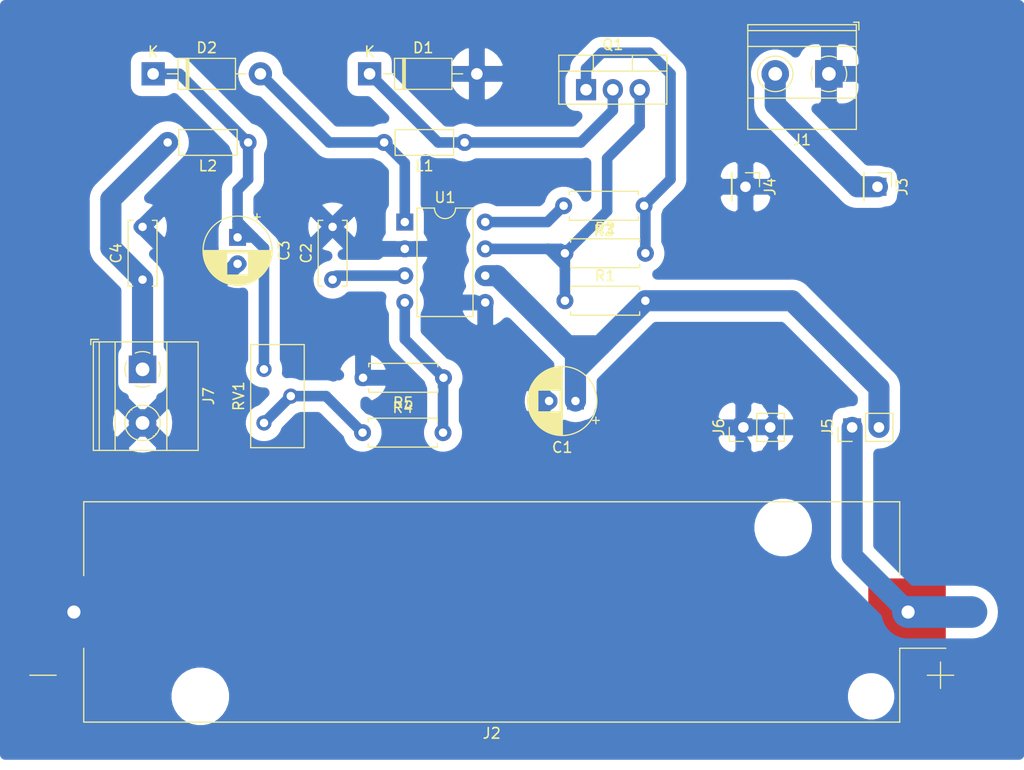
<source format=kicad_pcb>
(kicad_pcb (version 20171130) (host pcbnew "(5.1.6)-1")

  (general
    (thickness 1.6)
    (drawings 3)
    (tracks 73)
    (zones 0)
    (modules 23)
    (nets 15)
  )

  (page A4)
  (layers
    (0 F.Cu signal)
    (31 B.Cu signal)
    (32 B.Adhes user)
    (33 F.Adhes user)
    (34 B.Paste user)
    (35 F.Paste user)
    (36 B.SilkS user)
    (37 F.SilkS user)
    (38 B.Mask user)
    (39 F.Mask user)
    (40 Dwgs.User user)
    (41 Cmts.User user)
    (42 Eco1.User user)
    (43 Eco2.User user)
    (44 Edge.Cuts user)
    (45 Margin user)
    (46 B.CrtYd user)
    (47 F.CrtYd user)
    (48 B.Fab user)
    (49 F.Fab user)
  )

  (setup
    (last_trace_width 0.25)
    (user_trace_width 1)
    (user_trace_width 2)
    (user_trace_width 3)
    (trace_clearance 0.2)
    (zone_clearance 0.508)
    (zone_45_only no)
    (trace_min 0.2)
    (via_size 0.8)
    (via_drill 0.4)
    (via_min_size 0.4)
    (via_min_drill 0.3)
    (user_via 1 0.5)
    (user_via 2 1)
    (user_via 3 1.25)
    (uvia_size 0.3)
    (uvia_drill 0.1)
    (uvias_allowed no)
    (uvia_min_size 0.2)
    (uvia_min_drill 0.1)
    (edge_width 0.05)
    (segment_width 0.2)
    (pcb_text_width 0.3)
    (pcb_text_size 1.5 1.5)
    (mod_edge_width 0.12)
    (mod_text_size 1 1)
    (mod_text_width 0.15)
    (pad_size 1.524 1.524)
    (pad_drill 0.762)
    (pad_to_mask_clearance 0.05)
    (aux_axis_origin 0 0)
    (visible_elements 7FFFFFFF)
    (pcbplotparams
      (layerselection 0x010fc_ffffffff)
      (usegerberextensions false)
      (usegerberattributes true)
      (usegerberadvancedattributes true)
      (creategerberjobfile true)
      (excludeedgelayer true)
      (linewidth 0.100000)
      (plotframeref false)
      (viasonmask false)
      (mode 1)
      (useauxorigin false)
      (hpglpennumber 1)
      (hpglpenspeed 20)
      (hpglpendiameter 15.000000)
      (psnegative false)
      (psa4output false)
      (plotreference true)
      (plotvalue true)
      (plotinvisibletext false)
      (padsonsilk false)
      (subtractmaskfromsilk false)
      (outputformat 1)
      (mirror false)
      (drillshape 1)
      (scaleselection 1)
      (outputdirectory ""))
  )

  (net 0 "")
  (net 1 GND)
  (net 2 "Net-(C2-Pad1)")
  (net 3 "Net-(C3-Pad1)")
  (net 4 +3V3)
  (net 5 "Net-(D1-Pad1)")
  (net 6 "Net-(D2-Pad2)")
  (net 7 +5V)
  (net 8 "Net-(Q1-Pad1)")
  (net 9 "Net-(Q1-Pad3)")
  (net 10 "Net-(R3-Pad2)")
  (net 11 "Net-(R4-Pad2)")
  (net 12 "Net-(R4-Pad1)")
  (net 13 "Net-(C1-Pad1)")
  (net 14 "Net-(J2-Pad1)")

  (net_class Default "This is the default net class."
    (clearance 0.2)
    (trace_width 0.25)
    (via_dia 0.8)
    (via_drill 0.4)
    (uvia_dia 0.3)
    (uvia_drill 0.1)
    (add_net +3V3)
    (add_net +5V)
    (add_net GND)
    (add_net "Net-(C1-Pad1)")
    (add_net "Net-(C2-Pad1)")
    (add_net "Net-(C3-Pad1)")
    (add_net "Net-(D1-Pad1)")
    (add_net "Net-(D2-Pad2)")
    (add_net "Net-(J2-Pad1)")
    (add_net "Net-(Q1-Pad1)")
    (add_net "Net-(Q1-Pad3)")
    (add_net "Net-(R3-Pad2)")
    (add_net "Net-(R4-Pad1)")
    (add_net "Net-(R4-Pad2)")
  )

  (module Capacitor_THT:CP_Radial_D6.3mm_P2.50mm (layer F.Cu) (tedit 5AE50EF0) (tstamp 60D7D936)
    (at 175 119 180)
    (descr "CP, Radial series, Radial, pin pitch=2.50mm, , diameter=6.3mm, Electrolytic Capacitor")
    (tags "CP Radial series Radial pin pitch 2.50mm  diameter 6.3mm Electrolytic Capacitor")
    (path /60D62227)
    (fp_text reference C1 (at 1.25 -4.4) (layer F.SilkS)
      (effects (font (size 1 1) (thickness 0.15)))
    )
    (fp_text value 100uF (at 1.25 4.4) (layer F.Fab)
      (effects (font (size 1 1) (thickness 0.15)))
    )
    (fp_line (start -1.935241 -2.154) (end -1.935241 -1.524) (layer F.SilkS) (width 0.12))
    (fp_line (start -2.250241 -1.839) (end -1.620241 -1.839) (layer F.SilkS) (width 0.12))
    (fp_line (start 4.491 -0.402) (end 4.491 0.402) (layer F.SilkS) (width 0.12))
    (fp_line (start 4.451 -0.633) (end 4.451 0.633) (layer F.SilkS) (width 0.12))
    (fp_line (start 4.411 -0.802) (end 4.411 0.802) (layer F.SilkS) (width 0.12))
    (fp_line (start 4.371 -0.94) (end 4.371 0.94) (layer F.SilkS) (width 0.12))
    (fp_line (start 4.331 -1.059) (end 4.331 1.059) (layer F.SilkS) (width 0.12))
    (fp_line (start 4.291 -1.165) (end 4.291 1.165) (layer F.SilkS) (width 0.12))
    (fp_line (start 4.251 -1.262) (end 4.251 1.262) (layer F.SilkS) (width 0.12))
    (fp_line (start 4.211 -1.35) (end 4.211 1.35) (layer F.SilkS) (width 0.12))
    (fp_line (start 4.171 -1.432) (end 4.171 1.432) (layer F.SilkS) (width 0.12))
    (fp_line (start 4.131 -1.509) (end 4.131 1.509) (layer F.SilkS) (width 0.12))
    (fp_line (start 4.091 -1.581) (end 4.091 1.581) (layer F.SilkS) (width 0.12))
    (fp_line (start 4.051 -1.65) (end 4.051 1.65) (layer F.SilkS) (width 0.12))
    (fp_line (start 4.011 -1.714) (end 4.011 1.714) (layer F.SilkS) (width 0.12))
    (fp_line (start 3.971 -1.776) (end 3.971 1.776) (layer F.SilkS) (width 0.12))
    (fp_line (start 3.931 -1.834) (end 3.931 1.834) (layer F.SilkS) (width 0.12))
    (fp_line (start 3.891 -1.89) (end 3.891 1.89) (layer F.SilkS) (width 0.12))
    (fp_line (start 3.851 -1.944) (end 3.851 1.944) (layer F.SilkS) (width 0.12))
    (fp_line (start 3.811 -1.995) (end 3.811 1.995) (layer F.SilkS) (width 0.12))
    (fp_line (start 3.771 -2.044) (end 3.771 2.044) (layer F.SilkS) (width 0.12))
    (fp_line (start 3.731 -2.092) (end 3.731 2.092) (layer F.SilkS) (width 0.12))
    (fp_line (start 3.691 -2.137) (end 3.691 2.137) (layer F.SilkS) (width 0.12))
    (fp_line (start 3.651 -2.182) (end 3.651 2.182) (layer F.SilkS) (width 0.12))
    (fp_line (start 3.611 -2.224) (end 3.611 2.224) (layer F.SilkS) (width 0.12))
    (fp_line (start 3.571 -2.265) (end 3.571 2.265) (layer F.SilkS) (width 0.12))
    (fp_line (start 3.531 1.04) (end 3.531 2.305) (layer F.SilkS) (width 0.12))
    (fp_line (start 3.531 -2.305) (end 3.531 -1.04) (layer F.SilkS) (width 0.12))
    (fp_line (start 3.491 1.04) (end 3.491 2.343) (layer F.SilkS) (width 0.12))
    (fp_line (start 3.491 -2.343) (end 3.491 -1.04) (layer F.SilkS) (width 0.12))
    (fp_line (start 3.451 1.04) (end 3.451 2.38) (layer F.SilkS) (width 0.12))
    (fp_line (start 3.451 -2.38) (end 3.451 -1.04) (layer F.SilkS) (width 0.12))
    (fp_line (start 3.411 1.04) (end 3.411 2.416) (layer F.SilkS) (width 0.12))
    (fp_line (start 3.411 -2.416) (end 3.411 -1.04) (layer F.SilkS) (width 0.12))
    (fp_line (start 3.371 1.04) (end 3.371 2.45) (layer F.SilkS) (width 0.12))
    (fp_line (start 3.371 -2.45) (end 3.371 -1.04) (layer F.SilkS) (width 0.12))
    (fp_line (start 3.331 1.04) (end 3.331 2.484) (layer F.SilkS) (width 0.12))
    (fp_line (start 3.331 -2.484) (end 3.331 -1.04) (layer F.SilkS) (width 0.12))
    (fp_line (start 3.291 1.04) (end 3.291 2.516) (layer F.SilkS) (width 0.12))
    (fp_line (start 3.291 -2.516) (end 3.291 -1.04) (layer F.SilkS) (width 0.12))
    (fp_line (start 3.251 1.04) (end 3.251 2.548) (layer F.SilkS) (width 0.12))
    (fp_line (start 3.251 -2.548) (end 3.251 -1.04) (layer F.SilkS) (width 0.12))
    (fp_line (start 3.211 1.04) (end 3.211 2.578) (layer F.SilkS) (width 0.12))
    (fp_line (start 3.211 -2.578) (end 3.211 -1.04) (layer F.SilkS) (width 0.12))
    (fp_line (start 3.171 1.04) (end 3.171 2.607) (layer F.SilkS) (width 0.12))
    (fp_line (start 3.171 -2.607) (end 3.171 -1.04) (layer F.SilkS) (width 0.12))
    (fp_line (start 3.131 1.04) (end 3.131 2.636) (layer F.SilkS) (width 0.12))
    (fp_line (start 3.131 -2.636) (end 3.131 -1.04) (layer F.SilkS) (width 0.12))
    (fp_line (start 3.091 1.04) (end 3.091 2.664) (layer F.SilkS) (width 0.12))
    (fp_line (start 3.091 -2.664) (end 3.091 -1.04) (layer F.SilkS) (width 0.12))
    (fp_line (start 3.051 1.04) (end 3.051 2.69) (layer F.SilkS) (width 0.12))
    (fp_line (start 3.051 -2.69) (end 3.051 -1.04) (layer F.SilkS) (width 0.12))
    (fp_line (start 3.011 1.04) (end 3.011 2.716) (layer F.SilkS) (width 0.12))
    (fp_line (start 3.011 -2.716) (end 3.011 -1.04) (layer F.SilkS) (width 0.12))
    (fp_line (start 2.971 1.04) (end 2.971 2.742) (layer F.SilkS) (width 0.12))
    (fp_line (start 2.971 -2.742) (end 2.971 -1.04) (layer F.SilkS) (width 0.12))
    (fp_line (start 2.931 1.04) (end 2.931 2.766) (layer F.SilkS) (width 0.12))
    (fp_line (start 2.931 -2.766) (end 2.931 -1.04) (layer F.SilkS) (width 0.12))
    (fp_line (start 2.891 1.04) (end 2.891 2.79) (layer F.SilkS) (width 0.12))
    (fp_line (start 2.891 -2.79) (end 2.891 -1.04) (layer F.SilkS) (width 0.12))
    (fp_line (start 2.851 1.04) (end 2.851 2.812) (layer F.SilkS) (width 0.12))
    (fp_line (start 2.851 -2.812) (end 2.851 -1.04) (layer F.SilkS) (width 0.12))
    (fp_line (start 2.811 1.04) (end 2.811 2.834) (layer F.SilkS) (width 0.12))
    (fp_line (start 2.811 -2.834) (end 2.811 -1.04) (layer F.SilkS) (width 0.12))
    (fp_line (start 2.771 1.04) (end 2.771 2.856) (layer F.SilkS) (width 0.12))
    (fp_line (start 2.771 -2.856) (end 2.771 -1.04) (layer F.SilkS) (width 0.12))
    (fp_line (start 2.731 1.04) (end 2.731 2.876) (layer F.SilkS) (width 0.12))
    (fp_line (start 2.731 -2.876) (end 2.731 -1.04) (layer F.SilkS) (width 0.12))
    (fp_line (start 2.691 1.04) (end 2.691 2.896) (layer F.SilkS) (width 0.12))
    (fp_line (start 2.691 -2.896) (end 2.691 -1.04) (layer F.SilkS) (width 0.12))
    (fp_line (start 2.651 1.04) (end 2.651 2.916) (layer F.SilkS) (width 0.12))
    (fp_line (start 2.651 -2.916) (end 2.651 -1.04) (layer F.SilkS) (width 0.12))
    (fp_line (start 2.611 1.04) (end 2.611 2.934) (layer F.SilkS) (width 0.12))
    (fp_line (start 2.611 -2.934) (end 2.611 -1.04) (layer F.SilkS) (width 0.12))
    (fp_line (start 2.571 1.04) (end 2.571 2.952) (layer F.SilkS) (width 0.12))
    (fp_line (start 2.571 -2.952) (end 2.571 -1.04) (layer F.SilkS) (width 0.12))
    (fp_line (start 2.531 1.04) (end 2.531 2.97) (layer F.SilkS) (width 0.12))
    (fp_line (start 2.531 -2.97) (end 2.531 -1.04) (layer F.SilkS) (width 0.12))
    (fp_line (start 2.491 1.04) (end 2.491 2.986) (layer F.SilkS) (width 0.12))
    (fp_line (start 2.491 -2.986) (end 2.491 -1.04) (layer F.SilkS) (width 0.12))
    (fp_line (start 2.451 1.04) (end 2.451 3.002) (layer F.SilkS) (width 0.12))
    (fp_line (start 2.451 -3.002) (end 2.451 -1.04) (layer F.SilkS) (width 0.12))
    (fp_line (start 2.411 1.04) (end 2.411 3.018) (layer F.SilkS) (width 0.12))
    (fp_line (start 2.411 -3.018) (end 2.411 -1.04) (layer F.SilkS) (width 0.12))
    (fp_line (start 2.371 1.04) (end 2.371 3.033) (layer F.SilkS) (width 0.12))
    (fp_line (start 2.371 -3.033) (end 2.371 -1.04) (layer F.SilkS) (width 0.12))
    (fp_line (start 2.331 1.04) (end 2.331 3.047) (layer F.SilkS) (width 0.12))
    (fp_line (start 2.331 -3.047) (end 2.331 -1.04) (layer F.SilkS) (width 0.12))
    (fp_line (start 2.291 1.04) (end 2.291 3.061) (layer F.SilkS) (width 0.12))
    (fp_line (start 2.291 -3.061) (end 2.291 -1.04) (layer F.SilkS) (width 0.12))
    (fp_line (start 2.251 1.04) (end 2.251 3.074) (layer F.SilkS) (width 0.12))
    (fp_line (start 2.251 -3.074) (end 2.251 -1.04) (layer F.SilkS) (width 0.12))
    (fp_line (start 2.211 1.04) (end 2.211 3.086) (layer F.SilkS) (width 0.12))
    (fp_line (start 2.211 -3.086) (end 2.211 -1.04) (layer F.SilkS) (width 0.12))
    (fp_line (start 2.171 1.04) (end 2.171 3.098) (layer F.SilkS) (width 0.12))
    (fp_line (start 2.171 -3.098) (end 2.171 -1.04) (layer F.SilkS) (width 0.12))
    (fp_line (start 2.131 1.04) (end 2.131 3.11) (layer F.SilkS) (width 0.12))
    (fp_line (start 2.131 -3.11) (end 2.131 -1.04) (layer F.SilkS) (width 0.12))
    (fp_line (start 2.091 1.04) (end 2.091 3.121) (layer F.SilkS) (width 0.12))
    (fp_line (start 2.091 -3.121) (end 2.091 -1.04) (layer F.SilkS) (width 0.12))
    (fp_line (start 2.051 1.04) (end 2.051 3.131) (layer F.SilkS) (width 0.12))
    (fp_line (start 2.051 -3.131) (end 2.051 -1.04) (layer F.SilkS) (width 0.12))
    (fp_line (start 2.011 1.04) (end 2.011 3.141) (layer F.SilkS) (width 0.12))
    (fp_line (start 2.011 -3.141) (end 2.011 -1.04) (layer F.SilkS) (width 0.12))
    (fp_line (start 1.971 1.04) (end 1.971 3.15) (layer F.SilkS) (width 0.12))
    (fp_line (start 1.971 -3.15) (end 1.971 -1.04) (layer F.SilkS) (width 0.12))
    (fp_line (start 1.93 1.04) (end 1.93 3.159) (layer F.SilkS) (width 0.12))
    (fp_line (start 1.93 -3.159) (end 1.93 -1.04) (layer F.SilkS) (width 0.12))
    (fp_line (start 1.89 1.04) (end 1.89 3.167) (layer F.SilkS) (width 0.12))
    (fp_line (start 1.89 -3.167) (end 1.89 -1.04) (layer F.SilkS) (width 0.12))
    (fp_line (start 1.85 1.04) (end 1.85 3.175) (layer F.SilkS) (width 0.12))
    (fp_line (start 1.85 -3.175) (end 1.85 -1.04) (layer F.SilkS) (width 0.12))
    (fp_line (start 1.81 1.04) (end 1.81 3.182) (layer F.SilkS) (width 0.12))
    (fp_line (start 1.81 -3.182) (end 1.81 -1.04) (layer F.SilkS) (width 0.12))
    (fp_line (start 1.77 1.04) (end 1.77 3.189) (layer F.SilkS) (width 0.12))
    (fp_line (start 1.77 -3.189) (end 1.77 -1.04) (layer F.SilkS) (width 0.12))
    (fp_line (start 1.73 1.04) (end 1.73 3.195) (layer F.SilkS) (width 0.12))
    (fp_line (start 1.73 -3.195) (end 1.73 -1.04) (layer F.SilkS) (width 0.12))
    (fp_line (start 1.69 1.04) (end 1.69 3.201) (layer F.SilkS) (width 0.12))
    (fp_line (start 1.69 -3.201) (end 1.69 -1.04) (layer F.SilkS) (width 0.12))
    (fp_line (start 1.65 1.04) (end 1.65 3.206) (layer F.SilkS) (width 0.12))
    (fp_line (start 1.65 -3.206) (end 1.65 -1.04) (layer F.SilkS) (width 0.12))
    (fp_line (start 1.61 1.04) (end 1.61 3.211) (layer F.SilkS) (width 0.12))
    (fp_line (start 1.61 -3.211) (end 1.61 -1.04) (layer F.SilkS) (width 0.12))
    (fp_line (start 1.57 1.04) (end 1.57 3.215) (layer F.SilkS) (width 0.12))
    (fp_line (start 1.57 -3.215) (end 1.57 -1.04) (layer F.SilkS) (width 0.12))
    (fp_line (start 1.53 1.04) (end 1.53 3.218) (layer F.SilkS) (width 0.12))
    (fp_line (start 1.53 -3.218) (end 1.53 -1.04) (layer F.SilkS) (width 0.12))
    (fp_line (start 1.49 1.04) (end 1.49 3.222) (layer F.SilkS) (width 0.12))
    (fp_line (start 1.49 -3.222) (end 1.49 -1.04) (layer F.SilkS) (width 0.12))
    (fp_line (start 1.45 -3.224) (end 1.45 3.224) (layer F.SilkS) (width 0.12))
    (fp_line (start 1.41 -3.227) (end 1.41 3.227) (layer F.SilkS) (width 0.12))
    (fp_line (start 1.37 -3.228) (end 1.37 3.228) (layer F.SilkS) (width 0.12))
    (fp_line (start 1.33 -3.23) (end 1.33 3.23) (layer F.SilkS) (width 0.12))
    (fp_line (start 1.29 -3.23) (end 1.29 3.23) (layer F.SilkS) (width 0.12))
    (fp_line (start 1.25 -3.23) (end 1.25 3.23) (layer F.SilkS) (width 0.12))
    (fp_line (start -1.128972 -1.6885) (end -1.128972 -1.0585) (layer F.Fab) (width 0.1))
    (fp_line (start -1.443972 -1.3735) (end -0.813972 -1.3735) (layer F.Fab) (width 0.1))
    (fp_circle (center 1.25 0) (end 4.65 0) (layer F.CrtYd) (width 0.05))
    (fp_circle (center 1.25 0) (end 4.52 0) (layer F.SilkS) (width 0.12))
    (fp_circle (center 1.25 0) (end 4.4 0) (layer F.Fab) (width 0.1))
    (fp_text user %R (at 1.25 0) (layer F.Fab)
      (effects (font (size 1 1) (thickness 0.15)))
    )
    (pad 1 thru_hole rect (at 0 0 180) (size 1.6 1.6) (drill 0.8) (layers *.Cu *.Mask)
      (net 13 "Net-(C1-Pad1)"))
    (pad 2 thru_hole circle (at 2.5 0 180) (size 1.6 1.6) (drill 0.8) (layers *.Cu *.Mask)
      (net 1 GND))
    (model ${KISYS3DMOD}/Capacitor_THT.3dshapes/CP_Radial_D6.3mm_P2.50mm.wrl
      (at (xyz 0 0 0))
      (scale (xyz 1 1 1))
      (rotate (xyz 0 0 0))
    )
  )

  (module Capacitor_THT:C_Disc_D6.0mm_W2.5mm_P5.00mm (layer F.Cu) (tedit 5AE50EF0) (tstamp 60D7D686)
    (at 152 107.5 90)
    (descr "C, Disc series, Radial, pin pitch=5.00mm, , diameter*width=6*2.5mm^2, Capacitor, http://cdn-reichelt.de/documents/datenblatt/B300/DS_KERKO_TC.pdf")
    (tags "C Disc series Radial pin pitch 5.00mm  diameter 6mm width 2.5mm Capacitor")
    (path /60B5E424)
    (fp_text reference C2 (at 2.5 -2.5 90) (layer F.SilkS)
      (effects (font (size 1 1) (thickness 0.15)))
    )
    (fp_text value 600n (at 2.5 2.5 90) (layer F.Fab)
      (effects (font (size 1 1) (thickness 0.15)))
    )
    (fp_line (start 6.05 -1.5) (end -1.05 -1.5) (layer F.CrtYd) (width 0.05))
    (fp_line (start 6.05 1.5) (end 6.05 -1.5) (layer F.CrtYd) (width 0.05))
    (fp_line (start -1.05 1.5) (end 6.05 1.5) (layer F.CrtYd) (width 0.05))
    (fp_line (start -1.05 -1.5) (end -1.05 1.5) (layer F.CrtYd) (width 0.05))
    (fp_line (start 5.62 0.925) (end 5.62 1.37) (layer F.SilkS) (width 0.12))
    (fp_line (start 5.62 -1.37) (end 5.62 -0.925) (layer F.SilkS) (width 0.12))
    (fp_line (start -0.62 0.925) (end -0.62 1.37) (layer F.SilkS) (width 0.12))
    (fp_line (start -0.62 -1.37) (end -0.62 -0.925) (layer F.SilkS) (width 0.12))
    (fp_line (start -0.62 1.37) (end 5.62 1.37) (layer F.SilkS) (width 0.12))
    (fp_line (start -0.62 -1.37) (end 5.62 -1.37) (layer F.SilkS) (width 0.12))
    (fp_line (start 5.5 -1.25) (end -0.5 -1.25) (layer F.Fab) (width 0.1))
    (fp_line (start 5.5 1.25) (end 5.5 -1.25) (layer F.Fab) (width 0.1))
    (fp_line (start -0.5 1.25) (end 5.5 1.25) (layer F.Fab) (width 0.1))
    (fp_line (start -0.5 -1.25) (end -0.5 1.25) (layer F.Fab) (width 0.1))
    (fp_text user %R (at 2.5 0 90) (layer F.Fab)
      (effects (font (size 1 1) (thickness 0.15)))
    )
    (pad 1 thru_hole circle (at 0 0 90) (size 1.6 1.6) (drill 0.8) (layers *.Cu *.Mask)
      (net 2 "Net-(C2-Pad1)"))
    (pad 2 thru_hole circle (at 5 0 90) (size 1.6 1.6) (drill 0.8) (layers *.Cu *.Mask)
      (net 1 GND))
    (model ${KISYS3DMOD}/Capacitor_THT.3dshapes/C_Disc_D6.0mm_W2.5mm_P5.00mm.wrl
      (at (xyz 0 0 0))
      (scale (xyz 1 1 1))
      (rotate (xyz 0 0 0))
    )
  )

  (module Capacitor_THT:CP_Radial_D6.3mm_P2.50mm (layer F.Cu) (tedit 5AE50EF0) (tstamp 60D7D77D)
    (at 143 103.5 270)
    (descr "CP, Radial series, Radial, pin pitch=2.50mm, , diameter=6.3mm, Electrolytic Capacitor")
    (tags "CP Radial series Radial pin pitch 2.50mm  diameter 6.3mm Electrolytic Capacitor")
    (path /60D61E73)
    (fp_text reference C3 (at 1.25 -4.4 90) (layer F.SilkS)
      (effects (font (size 1 1) (thickness 0.15)))
    )
    (fp_text value 820uF (at 1.25 4.4 90) (layer F.Fab)
      (effects (font (size 1 1) (thickness 0.15)))
    )
    (fp_line (start -1.935241 -2.154) (end -1.935241 -1.524) (layer F.SilkS) (width 0.12))
    (fp_line (start -2.250241 -1.839) (end -1.620241 -1.839) (layer F.SilkS) (width 0.12))
    (fp_line (start 4.491 -0.402) (end 4.491 0.402) (layer F.SilkS) (width 0.12))
    (fp_line (start 4.451 -0.633) (end 4.451 0.633) (layer F.SilkS) (width 0.12))
    (fp_line (start 4.411 -0.802) (end 4.411 0.802) (layer F.SilkS) (width 0.12))
    (fp_line (start 4.371 -0.94) (end 4.371 0.94) (layer F.SilkS) (width 0.12))
    (fp_line (start 4.331 -1.059) (end 4.331 1.059) (layer F.SilkS) (width 0.12))
    (fp_line (start 4.291 -1.165) (end 4.291 1.165) (layer F.SilkS) (width 0.12))
    (fp_line (start 4.251 -1.262) (end 4.251 1.262) (layer F.SilkS) (width 0.12))
    (fp_line (start 4.211 -1.35) (end 4.211 1.35) (layer F.SilkS) (width 0.12))
    (fp_line (start 4.171 -1.432) (end 4.171 1.432) (layer F.SilkS) (width 0.12))
    (fp_line (start 4.131 -1.509) (end 4.131 1.509) (layer F.SilkS) (width 0.12))
    (fp_line (start 4.091 -1.581) (end 4.091 1.581) (layer F.SilkS) (width 0.12))
    (fp_line (start 4.051 -1.65) (end 4.051 1.65) (layer F.SilkS) (width 0.12))
    (fp_line (start 4.011 -1.714) (end 4.011 1.714) (layer F.SilkS) (width 0.12))
    (fp_line (start 3.971 -1.776) (end 3.971 1.776) (layer F.SilkS) (width 0.12))
    (fp_line (start 3.931 -1.834) (end 3.931 1.834) (layer F.SilkS) (width 0.12))
    (fp_line (start 3.891 -1.89) (end 3.891 1.89) (layer F.SilkS) (width 0.12))
    (fp_line (start 3.851 -1.944) (end 3.851 1.944) (layer F.SilkS) (width 0.12))
    (fp_line (start 3.811 -1.995) (end 3.811 1.995) (layer F.SilkS) (width 0.12))
    (fp_line (start 3.771 -2.044) (end 3.771 2.044) (layer F.SilkS) (width 0.12))
    (fp_line (start 3.731 -2.092) (end 3.731 2.092) (layer F.SilkS) (width 0.12))
    (fp_line (start 3.691 -2.137) (end 3.691 2.137) (layer F.SilkS) (width 0.12))
    (fp_line (start 3.651 -2.182) (end 3.651 2.182) (layer F.SilkS) (width 0.12))
    (fp_line (start 3.611 -2.224) (end 3.611 2.224) (layer F.SilkS) (width 0.12))
    (fp_line (start 3.571 -2.265) (end 3.571 2.265) (layer F.SilkS) (width 0.12))
    (fp_line (start 3.531 1.04) (end 3.531 2.305) (layer F.SilkS) (width 0.12))
    (fp_line (start 3.531 -2.305) (end 3.531 -1.04) (layer F.SilkS) (width 0.12))
    (fp_line (start 3.491 1.04) (end 3.491 2.343) (layer F.SilkS) (width 0.12))
    (fp_line (start 3.491 -2.343) (end 3.491 -1.04) (layer F.SilkS) (width 0.12))
    (fp_line (start 3.451 1.04) (end 3.451 2.38) (layer F.SilkS) (width 0.12))
    (fp_line (start 3.451 -2.38) (end 3.451 -1.04) (layer F.SilkS) (width 0.12))
    (fp_line (start 3.411 1.04) (end 3.411 2.416) (layer F.SilkS) (width 0.12))
    (fp_line (start 3.411 -2.416) (end 3.411 -1.04) (layer F.SilkS) (width 0.12))
    (fp_line (start 3.371 1.04) (end 3.371 2.45) (layer F.SilkS) (width 0.12))
    (fp_line (start 3.371 -2.45) (end 3.371 -1.04) (layer F.SilkS) (width 0.12))
    (fp_line (start 3.331 1.04) (end 3.331 2.484) (layer F.SilkS) (width 0.12))
    (fp_line (start 3.331 -2.484) (end 3.331 -1.04) (layer F.SilkS) (width 0.12))
    (fp_line (start 3.291 1.04) (end 3.291 2.516) (layer F.SilkS) (width 0.12))
    (fp_line (start 3.291 -2.516) (end 3.291 -1.04) (layer F.SilkS) (width 0.12))
    (fp_line (start 3.251 1.04) (end 3.251 2.548) (layer F.SilkS) (width 0.12))
    (fp_line (start 3.251 -2.548) (end 3.251 -1.04) (layer F.SilkS) (width 0.12))
    (fp_line (start 3.211 1.04) (end 3.211 2.578) (layer F.SilkS) (width 0.12))
    (fp_line (start 3.211 -2.578) (end 3.211 -1.04) (layer F.SilkS) (width 0.12))
    (fp_line (start 3.171 1.04) (end 3.171 2.607) (layer F.SilkS) (width 0.12))
    (fp_line (start 3.171 -2.607) (end 3.171 -1.04) (layer F.SilkS) (width 0.12))
    (fp_line (start 3.131 1.04) (end 3.131 2.636) (layer F.SilkS) (width 0.12))
    (fp_line (start 3.131 -2.636) (end 3.131 -1.04) (layer F.SilkS) (width 0.12))
    (fp_line (start 3.091 1.04) (end 3.091 2.664) (layer F.SilkS) (width 0.12))
    (fp_line (start 3.091 -2.664) (end 3.091 -1.04) (layer F.SilkS) (width 0.12))
    (fp_line (start 3.051 1.04) (end 3.051 2.69) (layer F.SilkS) (width 0.12))
    (fp_line (start 3.051 -2.69) (end 3.051 -1.04) (layer F.SilkS) (width 0.12))
    (fp_line (start 3.011 1.04) (end 3.011 2.716) (layer F.SilkS) (width 0.12))
    (fp_line (start 3.011 -2.716) (end 3.011 -1.04) (layer F.SilkS) (width 0.12))
    (fp_line (start 2.971 1.04) (end 2.971 2.742) (layer F.SilkS) (width 0.12))
    (fp_line (start 2.971 -2.742) (end 2.971 -1.04) (layer F.SilkS) (width 0.12))
    (fp_line (start 2.931 1.04) (end 2.931 2.766) (layer F.SilkS) (width 0.12))
    (fp_line (start 2.931 -2.766) (end 2.931 -1.04) (layer F.SilkS) (width 0.12))
    (fp_line (start 2.891 1.04) (end 2.891 2.79) (layer F.SilkS) (width 0.12))
    (fp_line (start 2.891 -2.79) (end 2.891 -1.04) (layer F.SilkS) (width 0.12))
    (fp_line (start 2.851 1.04) (end 2.851 2.812) (layer F.SilkS) (width 0.12))
    (fp_line (start 2.851 -2.812) (end 2.851 -1.04) (layer F.SilkS) (width 0.12))
    (fp_line (start 2.811 1.04) (end 2.811 2.834) (layer F.SilkS) (width 0.12))
    (fp_line (start 2.811 -2.834) (end 2.811 -1.04) (layer F.SilkS) (width 0.12))
    (fp_line (start 2.771 1.04) (end 2.771 2.856) (layer F.SilkS) (width 0.12))
    (fp_line (start 2.771 -2.856) (end 2.771 -1.04) (layer F.SilkS) (width 0.12))
    (fp_line (start 2.731 1.04) (end 2.731 2.876) (layer F.SilkS) (width 0.12))
    (fp_line (start 2.731 -2.876) (end 2.731 -1.04) (layer F.SilkS) (width 0.12))
    (fp_line (start 2.691 1.04) (end 2.691 2.896) (layer F.SilkS) (width 0.12))
    (fp_line (start 2.691 -2.896) (end 2.691 -1.04) (layer F.SilkS) (width 0.12))
    (fp_line (start 2.651 1.04) (end 2.651 2.916) (layer F.SilkS) (width 0.12))
    (fp_line (start 2.651 -2.916) (end 2.651 -1.04) (layer F.SilkS) (width 0.12))
    (fp_line (start 2.611 1.04) (end 2.611 2.934) (layer F.SilkS) (width 0.12))
    (fp_line (start 2.611 -2.934) (end 2.611 -1.04) (layer F.SilkS) (width 0.12))
    (fp_line (start 2.571 1.04) (end 2.571 2.952) (layer F.SilkS) (width 0.12))
    (fp_line (start 2.571 -2.952) (end 2.571 -1.04) (layer F.SilkS) (width 0.12))
    (fp_line (start 2.531 1.04) (end 2.531 2.97) (layer F.SilkS) (width 0.12))
    (fp_line (start 2.531 -2.97) (end 2.531 -1.04) (layer F.SilkS) (width 0.12))
    (fp_line (start 2.491 1.04) (end 2.491 2.986) (layer F.SilkS) (width 0.12))
    (fp_line (start 2.491 -2.986) (end 2.491 -1.04) (layer F.SilkS) (width 0.12))
    (fp_line (start 2.451 1.04) (end 2.451 3.002) (layer F.SilkS) (width 0.12))
    (fp_line (start 2.451 -3.002) (end 2.451 -1.04) (layer F.SilkS) (width 0.12))
    (fp_line (start 2.411 1.04) (end 2.411 3.018) (layer F.SilkS) (width 0.12))
    (fp_line (start 2.411 -3.018) (end 2.411 -1.04) (layer F.SilkS) (width 0.12))
    (fp_line (start 2.371 1.04) (end 2.371 3.033) (layer F.SilkS) (width 0.12))
    (fp_line (start 2.371 -3.033) (end 2.371 -1.04) (layer F.SilkS) (width 0.12))
    (fp_line (start 2.331 1.04) (end 2.331 3.047) (layer F.SilkS) (width 0.12))
    (fp_line (start 2.331 -3.047) (end 2.331 -1.04) (layer F.SilkS) (width 0.12))
    (fp_line (start 2.291 1.04) (end 2.291 3.061) (layer F.SilkS) (width 0.12))
    (fp_line (start 2.291 -3.061) (end 2.291 -1.04) (layer F.SilkS) (width 0.12))
    (fp_line (start 2.251 1.04) (end 2.251 3.074) (layer F.SilkS) (width 0.12))
    (fp_line (start 2.251 -3.074) (end 2.251 -1.04) (layer F.SilkS) (width 0.12))
    (fp_line (start 2.211 1.04) (end 2.211 3.086) (layer F.SilkS) (width 0.12))
    (fp_line (start 2.211 -3.086) (end 2.211 -1.04) (layer F.SilkS) (width 0.12))
    (fp_line (start 2.171 1.04) (end 2.171 3.098) (layer F.SilkS) (width 0.12))
    (fp_line (start 2.171 -3.098) (end 2.171 -1.04) (layer F.SilkS) (width 0.12))
    (fp_line (start 2.131 1.04) (end 2.131 3.11) (layer F.SilkS) (width 0.12))
    (fp_line (start 2.131 -3.11) (end 2.131 -1.04) (layer F.SilkS) (width 0.12))
    (fp_line (start 2.091 1.04) (end 2.091 3.121) (layer F.SilkS) (width 0.12))
    (fp_line (start 2.091 -3.121) (end 2.091 -1.04) (layer F.SilkS) (width 0.12))
    (fp_line (start 2.051 1.04) (end 2.051 3.131) (layer F.SilkS) (width 0.12))
    (fp_line (start 2.051 -3.131) (end 2.051 -1.04) (layer F.SilkS) (width 0.12))
    (fp_line (start 2.011 1.04) (end 2.011 3.141) (layer F.SilkS) (width 0.12))
    (fp_line (start 2.011 -3.141) (end 2.011 -1.04) (layer F.SilkS) (width 0.12))
    (fp_line (start 1.971 1.04) (end 1.971 3.15) (layer F.SilkS) (width 0.12))
    (fp_line (start 1.971 -3.15) (end 1.971 -1.04) (layer F.SilkS) (width 0.12))
    (fp_line (start 1.93 1.04) (end 1.93 3.159) (layer F.SilkS) (width 0.12))
    (fp_line (start 1.93 -3.159) (end 1.93 -1.04) (layer F.SilkS) (width 0.12))
    (fp_line (start 1.89 1.04) (end 1.89 3.167) (layer F.SilkS) (width 0.12))
    (fp_line (start 1.89 -3.167) (end 1.89 -1.04) (layer F.SilkS) (width 0.12))
    (fp_line (start 1.85 1.04) (end 1.85 3.175) (layer F.SilkS) (width 0.12))
    (fp_line (start 1.85 -3.175) (end 1.85 -1.04) (layer F.SilkS) (width 0.12))
    (fp_line (start 1.81 1.04) (end 1.81 3.182) (layer F.SilkS) (width 0.12))
    (fp_line (start 1.81 -3.182) (end 1.81 -1.04) (layer F.SilkS) (width 0.12))
    (fp_line (start 1.77 1.04) (end 1.77 3.189) (layer F.SilkS) (width 0.12))
    (fp_line (start 1.77 -3.189) (end 1.77 -1.04) (layer F.SilkS) (width 0.12))
    (fp_line (start 1.73 1.04) (end 1.73 3.195) (layer F.SilkS) (width 0.12))
    (fp_line (start 1.73 -3.195) (end 1.73 -1.04) (layer F.SilkS) (width 0.12))
    (fp_line (start 1.69 1.04) (end 1.69 3.201) (layer F.SilkS) (width 0.12))
    (fp_line (start 1.69 -3.201) (end 1.69 -1.04) (layer F.SilkS) (width 0.12))
    (fp_line (start 1.65 1.04) (end 1.65 3.206) (layer F.SilkS) (width 0.12))
    (fp_line (start 1.65 -3.206) (end 1.65 -1.04) (layer F.SilkS) (width 0.12))
    (fp_line (start 1.61 1.04) (end 1.61 3.211) (layer F.SilkS) (width 0.12))
    (fp_line (start 1.61 -3.211) (end 1.61 -1.04) (layer F.SilkS) (width 0.12))
    (fp_line (start 1.57 1.04) (end 1.57 3.215) (layer F.SilkS) (width 0.12))
    (fp_line (start 1.57 -3.215) (end 1.57 -1.04) (layer F.SilkS) (width 0.12))
    (fp_line (start 1.53 1.04) (end 1.53 3.218) (layer F.SilkS) (width 0.12))
    (fp_line (start 1.53 -3.218) (end 1.53 -1.04) (layer F.SilkS) (width 0.12))
    (fp_line (start 1.49 1.04) (end 1.49 3.222) (layer F.SilkS) (width 0.12))
    (fp_line (start 1.49 -3.222) (end 1.49 -1.04) (layer F.SilkS) (width 0.12))
    (fp_line (start 1.45 -3.224) (end 1.45 3.224) (layer F.SilkS) (width 0.12))
    (fp_line (start 1.41 -3.227) (end 1.41 3.227) (layer F.SilkS) (width 0.12))
    (fp_line (start 1.37 -3.228) (end 1.37 3.228) (layer F.SilkS) (width 0.12))
    (fp_line (start 1.33 -3.23) (end 1.33 3.23) (layer F.SilkS) (width 0.12))
    (fp_line (start 1.29 -3.23) (end 1.29 3.23) (layer F.SilkS) (width 0.12))
    (fp_line (start 1.25 -3.23) (end 1.25 3.23) (layer F.SilkS) (width 0.12))
    (fp_line (start -1.128972 -1.6885) (end -1.128972 -1.0585) (layer F.Fab) (width 0.1))
    (fp_line (start -1.443972 -1.3735) (end -0.813972 -1.3735) (layer F.Fab) (width 0.1))
    (fp_circle (center 1.25 0) (end 4.65 0) (layer F.CrtYd) (width 0.05))
    (fp_circle (center 1.25 0) (end 4.52 0) (layer F.SilkS) (width 0.12))
    (fp_circle (center 1.25 0) (end 4.4 0) (layer F.Fab) (width 0.1))
    (fp_text user %R (at 1.25 0 90) (layer F.Fab)
      (effects (font (size 1 1) (thickness 0.15)))
    )
    (pad 1 thru_hole rect (at 0 0 270) (size 1.6 1.6) (drill 0.8) (layers *.Cu *.Mask)
      (net 3 "Net-(C3-Pad1)"))
    (pad 2 thru_hole circle (at 2.5 0 270) (size 1.6 1.6) (drill 0.8) (layers *.Cu *.Mask)
      (net 1 GND))
    (model ${KISYS3DMOD}/Capacitor_THT.3dshapes/CP_Radial_D6.3mm_P2.50mm.wrl
      (at (xyz 0 0 0))
      (scale (xyz 1 1 1))
      (rotate (xyz 0 0 0))
    )
  )

  (module Capacitor_THT:C_Disc_D6.0mm_W2.5mm_P5.00mm (layer F.Cu) (tedit 5AE50EF0) (tstamp 60D7D6C2)
    (at 134 107.5 90)
    (descr "C, Disc series, Radial, pin pitch=5.00mm, , diameter*width=6*2.5mm^2, Capacitor, http://cdn-reichelt.de/documents/datenblatt/B300/DS_KERKO_TC.pdf")
    (tags "C Disc series Radial pin pitch 5.00mm  diameter 6mm width 2.5mm Capacitor")
    (path /60B77B24)
    (fp_text reference C4 (at 2.5 -2.5 90) (layer F.SilkS)
      (effects (font (size 1 1) (thickness 0.15)))
    )
    (fp_text value 220uF (at 2.5 2.5 90) (layer F.Fab)
      (effects (font (size 1 1) (thickness 0.15)))
    )
    (fp_line (start -0.5 -1.25) (end -0.5 1.25) (layer F.Fab) (width 0.1))
    (fp_line (start -0.5 1.25) (end 5.5 1.25) (layer F.Fab) (width 0.1))
    (fp_line (start 5.5 1.25) (end 5.5 -1.25) (layer F.Fab) (width 0.1))
    (fp_line (start 5.5 -1.25) (end -0.5 -1.25) (layer F.Fab) (width 0.1))
    (fp_line (start -0.62 -1.37) (end 5.62 -1.37) (layer F.SilkS) (width 0.12))
    (fp_line (start -0.62 1.37) (end 5.62 1.37) (layer F.SilkS) (width 0.12))
    (fp_line (start -0.62 -1.37) (end -0.62 -0.925) (layer F.SilkS) (width 0.12))
    (fp_line (start -0.62 0.925) (end -0.62 1.37) (layer F.SilkS) (width 0.12))
    (fp_line (start 5.62 -1.37) (end 5.62 -0.925) (layer F.SilkS) (width 0.12))
    (fp_line (start 5.62 0.925) (end 5.62 1.37) (layer F.SilkS) (width 0.12))
    (fp_line (start -1.05 -1.5) (end -1.05 1.5) (layer F.CrtYd) (width 0.05))
    (fp_line (start -1.05 1.5) (end 6.05 1.5) (layer F.CrtYd) (width 0.05))
    (fp_line (start 6.05 1.5) (end 6.05 -1.5) (layer F.CrtYd) (width 0.05))
    (fp_line (start 6.05 -1.5) (end -1.05 -1.5) (layer F.CrtYd) (width 0.05))
    (fp_text user %R (at 2.5 0 90) (layer F.Fab)
      (effects (font (size 1 1) (thickness 0.15)))
    )
    (pad 2 thru_hole circle (at 5 0 90) (size 1.6 1.6) (drill 0.8) (layers *.Cu *.Mask)
      (net 1 GND))
    (pad 1 thru_hole circle (at 0 0 90) (size 1.6 1.6) (drill 0.8) (layers *.Cu *.Mask)
      (net 4 +3V3))
    (model ${KISYS3DMOD}/Capacitor_THT.3dshapes/C_Disc_D6.0mm_W2.5mm_P5.00mm.wrl
      (at (xyz 0 0 0))
      (scale (xyz 1 1 1))
      (rotate (xyz 0 0 0))
    )
  )

  (module Diode_THT:D_DO-41_SOD81_P10.16mm_Horizontal (layer F.Cu) (tedit 5AE50CD5) (tstamp 60D7DB34)
    (at 155.5 88)
    (descr "Diode, DO-41_SOD81 series, Axial, Horizontal, pin pitch=10.16mm, , length*diameter=5.2*2.7mm^2, , http://www.diodes.com/_files/packages/DO-41%20(Plastic).pdf")
    (tags "Diode DO-41_SOD81 series Axial Horizontal pin pitch 10.16mm  length 5.2mm diameter 2.7mm")
    (path /60B48460)
    (fp_text reference D1 (at 5.08 -2.47) (layer F.SilkS)
      (effects (font (size 1 1) (thickness 0.15)))
    )
    (fp_text value 1N5818 (at 5.08 2.47) (layer F.Fab)
      (effects (font (size 1 1) (thickness 0.15)))
    )
    (fp_line (start 2.48 -1.35) (end 2.48 1.35) (layer F.Fab) (width 0.1))
    (fp_line (start 2.48 1.35) (end 7.68 1.35) (layer F.Fab) (width 0.1))
    (fp_line (start 7.68 1.35) (end 7.68 -1.35) (layer F.Fab) (width 0.1))
    (fp_line (start 7.68 -1.35) (end 2.48 -1.35) (layer F.Fab) (width 0.1))
    (fp_line (start 0 0) (end 2.48 0) (layer F.Fab) (width 0.1))
    (fp_line (start 10.16 0) (end 7.68 0) (layer F.Fab) (width 0.1))
    (fp_line (start 3.26 -1.35) (end 3.26 1.35) (layer F.Fab) (width 0.1))
    (fp_line (start 3.36 -1.35) (end 3.36 1.35) (layer F.Fab) (width 0.1))
    (fp_line (start 3.16 -1.35) (end 3.16 1.35) (layer F.Fab) (width 0.1))
    (fp_line (start 2.36 -1.47) (end 2.36 1.47) (layer F.SilkS) (width 0.12))
    (fp_line (start 2.36 1.47) (end 7.8 1.47) (layer F.SilkS) (width 0.12))
    (fp_line (start 7.8 1.47) (end 7.8 -1.47) (layer F.SilkS) (width 0.12))
    (fp_line (start 7.8 -1.47) (end 2.36 -1.47) (layer F.SilkS) (width 0.12))
    (fp_line (start 1.34 0) (end 2.36 0) (layer F.SilkS) (width 0.12))
    (fp_line (start 8.82 0) (end 7.8 0) (layer F.SilkS) (width 0.12))
    (fp_line (start 3.26 -1.47) (end 3.26 1.47) (layer F.SilkS) (width 0.12))
    (fp_line (start 3.38 -1.47) (end 3.38 1.47) (layer F.SilkS) (width 0.12))
    (fp_line (start 3.14 -1.47) (end 3.14 1.47) (layer F.SilkS) (width 0.12))
    (fp_line (start -1.35 -1.6) (end -1.35 1.6) (layer F.CrtYd) (width 0.05))
    (fp_line (start -1.35 1.6) (end 11.51 1.6) (layer F.CrtYd) (width 0.05))
    (fp_line (start 11.51 1.6) (end 11.51 -1.6) (layer F.CrtYd) (width 0.05))
    (fp_line (start 11.51 -1.6) (end -1.35 -1.6) (layer F.CrtYd) (width 0.05))
    (fp_text user K (at 0 -2.1) (layer F.SilkS)
      (effects (font (size 1 1) (thickness 0.15)))
    )
    (fp_text user K (at 0 -2.1) (layer F.Fab)
      (effects (font (size 1 1) (thickness 0.15)))
    )
    (fp_text user %R (at 5.47 0) (layer F.Fab)
      (effects (font (size 1 1) (thickness 0.15)))
    )
    (pad 2 thru_hole oval (at 10.16 0) (size 2.2 2.2) (drill 1.1) (layers *.Cu *.Mask)
      (net 1 GND))
    (pad 1 thru_hole rect (at 0 0) (size 2.2 2.2) (drill 1.1) (layers *.Cu *.Mask)
      (net 5 "Net-(D1-Pad1)"))
    (model ${KISYS3DMOD}/Diode_THT.3dshapes/D_DO-41_SOD81_P10.16mm_Horizontal.wrl
      (at (xyz 0 0 0))
      (scale (xyz 1 1 1))
      (rotate (xyz 0 0 0))
    )
  )

  (module Diode_THT:D_DO-41_SOD81_P10.16mm_Horizontal (layer F.Cu) (tedit 5AE50CD5) (tstamp 60D7D636)
    (at 135 88)
    (descr "Diode, DO-41_SOD81 series, Axial, Horizontal, pin pitch=10.16mm, , length*diameter=5.2*2.7mm^2, , http://www.diodes.com/_files/packages/DO-41%20(Plastic).pdf")
    (tags "Diode DO-41_SOD81 series Axial Horizontal pin pitch 10.16mm  length 5.2mm diameter 2.7mm")
    (path /60B5C328)
    (fp_text reference D2 (at 5.08 -2.47) (layer F.SilkS)
      (effects (font (size 1 1) (thickness 0.15)))
    )
    (fp_text value 1N5818 (at 5.08 2.47) (layer F.Fab)
      (effects (font (size 1 1) (thickness 0.15)))
    )
    (fp_line (start 11.51 -1.6) (end -1.35 -1.6) (layer F.CrtYd) (width 0.05))
    (fp_line (start 11.51 1.6) (end 11.51 -1.6) (layer F.CrtYd) (width 0.05))
    (fp_line (start -1.35 1.6) (end 11.51 1.6) (layer F.CrtYd) (width 0.05))
    (fp_line (start -1.35 -1.6) (end -1.35 1.6) (layer F.CrtYd) (width 0.05))
    (fp_line (start 3.14 -1.47) (end 3.14 1.47) (layer F.SilkS) (width 0.12))
    (fp_line (start 3.38 -1.47) (end 3.38 1.47) (layer F.SilkS) (width 0.12))
    (fp_line (start 3.26 -1.47) (end 3.26 1.47) (layer F.SilkS) (width 0.12))
    (fp_line (start 8.82 0) (end 7.8 0) (layer F.SilkS) (width 0.12))
    (fp_line (start 1.34 0) (end 2.36 0) (layer F.SilkS) (width 0.12))
    (fp_line (start 7.8 -1.47) (end 2.36 -1.47) (layer F.SilkS) (width 0.12))
    (fp_line (start 7.8 1.47) (end 7.8 -1.47) (layer F.SilkS) (width 0.12))
    (fp_line (start 2.36 1.47) (end 7.8 1.47) (layer F.SilkS) (width 0.12))
    (fp_line (start 2.36 -1.47) (end 2.36 1.47) (layer F.SilkS) (width 0.12))
    (fp_line (start 3.16 -1.35) (end 3.16 1.35) (layer F.Fab) (width 0.1))
    (fp_line (start 3.36 -1.35) (end 3.36 1.35) (layer F.Fab) (width 0.1))
    (fp_line (start 3.26 -1.35) (end 3.26 1.35) (layer F.Fab) (width 0.1))
    (fp_line (start 10.16 0) (end 7.68 0) (layer F.Fab) (width 0.1))
    (fp_line (start 0 0) (end 2.48 0) (layer F.Fab) (width 0.1))
    (fp_line (start 7.68 -1.35) (end 2.48 -1.35) (layer F.Fab) (width 0.1))
    (fp_line (start 7.68 1.35) (end 7.68 -1.35) (layer F.Fab) (width 0.1))
    (fp_line (start 2.48 1.35) (end 7.68 1.35) (layer F.Fab) (width 0.1))
    (fp_line (start 2.48 -1.35) (end 2.48 1.35) (layer F.Fab) (width 0.1))
    (fp_text user %R (at 5.47 0) (layer F.Fab)
      (effects (font (size 1 1) (thickness 0.15)))
    )
    (fp_text user K (at 0 -2.1) (layer F.Fab)
      (effects (font (size 1 1) (thickness 0.15)))
    )
    (fp_text user K (at 0 -2.1) (layer F.SilkS)
      (effects (font (size 1 1) (thickness 0.15)))
    )
    (pad 1 thru_hole rect (at 0 0) (size 2.2 2.2) (drill 1.1) (layers *.Cu *.Mask)
      (net 3 "Net-(C3-Pad1)"))
    (pad 2 thru_hole oval (at 10.16 0) (size 2.2 2.2) (drill 1.1) (layers *.Cu *.Mask)
      (net 6 "Net-(D2-Pad2)"))
    (model ${KISYS3DMOD}/Diode_THT.3dshapes/D_DO-41_SOD81_P10.16mm_Horizontal.wrl
      (at (xyz 0 0 0))
      (scale (xyz 1 1 1))
      (rotate (xyz 0 0 0))
    )
  )

  (module TerminalBlock_Phoenix:TerminalBlock_Phoenix_MKDS-1,5-2-5.08_1x02_P5.08mm_Horizontal (layer F.Cu) (tedit 5B294EBC) (tstamp 60D7D5C2)
    (at 199 88 180)
    (descr "Terminal Block Phoenix MKDS-1,5-2-5.08, 2 pins, pitch 5.08mm, size 10.2x9.8mm^2, drill diamater 1.3mm, pad diameter 2.6mm, see http://www.farnell.com/datasheets/100425.pdf, script-generated using https://github.com/pointhi/kicad-footprint-generator/scripts/TerminalBlock_Phoenix")
    (tags "THT Terminal Block Phoenix MKDS-1,5-2-5.08 pitch 5.08mm size 10.2x9.8mm^2 drill 1.3mm pad 2.6mm")
    (path /60BDCBC2)
    (fp_text reference J1 (at 2.54 -6.26) (layer F.SilkS)
      (effects (font (size 1 1) (thickness 0.15)))
    )
    (fp_text value "Alimentacion Externa" (at 2.54 5.66) (layer F.Fab)
      (effects (font (size 1 1) (thickness 0.15)))
    )
    (fp_line (start 8.13 -5.71) (end -3.04 -5.71) (layer F.CrtYd) (width 0.05))
    (fp_line (start 8.13 5.1) (end 8.13 -5.71) (layer F.CrtYd) (width 0.05))
    (fp_line (start -3.04 5.1) (end 8.13 5.1) (layer F.CrtYd) (width 0.05))
    (fp_line (start -3.04 -5.71) (end -3.04 5.1) (layer F.CrtYd) (width 0.05))
    (fp_line (start -2.84 4.9) (end -2.34 4.9) (layer F.SilkS) (width 0.12))
    (fp_line (start -2.84 4.16) (end -2.84 4.9) (layer F.SilkS) (width 0.12))
    (fp_line (start 3.853 1.023) (end 3.806 1.069) (layer F.SilkS) (width 0.12))
    (fp_line (start 6.15 -1.275) (end 6.115 -1.239) (layer F.SilkS) (width 0.12))
    (fp_line (start 4.046 1.239) (end 4.011 1.274) (layer F.SilkS) (width 0.12))
    (fp_line (start 6.355 -1.069) (end 6.308 -1.023) (layer F.SilkS) (width 0.12))
    (fp_line (start 6.035 -1.138) (end 3.943 0.955) (layer F.Fab) (width 0.1))
    (fp_line (start 6.218 -0.955) (end 4.126 1.138) (layer F.Fab) (width 0.1))
    (fp_line (start 0.955 -1.138) (end -1.138 0.955) (layer F.Fab) (width 0.1))
    (fp_line (start 1.138 -0.955) (end -0.955 1.138) (layer F.Fab) (width 0.1))
    (fp_line (start 7.68 -5.261) (end 7.68 4.66) (layer F.SilkS) (width 0.12))
    (fp_line (start -2.6 -5.261) (end -2.6 4.66) (layer F.SilkS) (width 0.12))
    (fp_line (start -2.6 4.66) (end 7.68 4.66) (layer F.SilkS) (width 0.12))
    (fp_line (start -2.6 -5.261) (end 7.68 -5.261) (layer F.SilkS) (width 0.12))
    (fp_line (start -2.6 -2.301) (end 7.68 -2.301) (layer F.SilkS) (width 0.12))
    (fp_line (start -2.54 -2.3) (end 7.62 -2.3) (layer F.Fab) (width 0.1))
    (fp_line (start -2.6 2.6) (end 7.68 2.6) (layer F.SilkS) (width 0.12))
    (fp_line (start -2.54 2.6) (end 7.62 2.6) (layer F.Fab) (width 0.1))
    (fp_line (start -2.6 4.1) (end 7.68 4.1) (layer F.SilkS) (width 0.12))
    (fp_line (start -2.54 4.1) (end 7.62 4.1) (layer F.Fab) (width 0.1))
    (fp_line (start -2.54 4.1) (end -2.54 -5.2) (layer F.Fab) (width 0.1))
    (fp_line (start -2.04 4.6) (end -2.54 4.1) (layer F.Fab) (width 0.1))
    (fp_line (start 7.62 4.6) (end -2.04 4.6) (layer F.Fab) (width 0.1))
    (fp_line (start 7.62 -5.2) (end 7.62 4.6) (layer F.Fab) (width 0.1))
    (fp_line (start -2.54 -5.2) (end 7.62 -5.2) (layer F.Fab) (width 0.1))
    (fp_circle (center 5.08 0) (end 6.76 0) (layer F.SilkS) (width 0.12))
    (fp_circle (center 5.08 0) (end 6.58 0) (layer F.Fab) (width 0.1))
    (fp_circle (center 0 0) (end 1.5 0) (layer F.Fab) (width 0.1))
    (fp_arc (start 0 0) (end 0 1.68) (angle -24) (layer F.SilkS) (width 0.12))
    (fp_arc (start 0 0) (end 1.535 0.684) (angle -48) (layer F.SilkS) (width 0.12))
    (fp_arc (start 0 0) (end 0.684 -1.535) (angle -48) (layer F.SilkS) (width 0.12))
    (fp_arc (start 0 0) (end -1.535 -0.684) (angle -48) (layer F.SilkS) (width 0.12))
    (fp_arc (start 0 0) (end -0.684 1.535) (angle -25) (layer F.SilkS) (width 0.12))
    (fp_text user %R (at 2.54 3.2) (layer F.Fab)
      (effects (font (size 1 1) (thickness 0.15)))
    )
    (pad 1 thru_hole rect (at 0 0 180) (size 2.6 2.6) (drill 1.3) (layers *.Cu *.Mask)
      (net 1 GND))
    (pad 2 thru_hole circle (at 5.08 0 180) (size 2.6 2.6) (drill 1.3) (layers *.Cu *.Mask)
      (net 7 +5V))
    (model ${KISYS3DMOD}/TerminalBlock_Phoenix.3dshapes/TerminalBlock_Phoenix_MKDS-1,5-2-5.08_1x02_P5.08mm_Horizontal.wrl
      (at (xyz 0 0 0))
      (scale (xyz 1 1 1))
      (rotate (xyz 0 0 0))
    )
  )

  (module Battery:BatteryHolder_Keystone_1042_1x18650 (layer F.Cu) (tedit 5A033499) (tstamp 60D7C668)
    (at 167.07 138.99 180)
    (descr "Battery holder for 18650 cylindrical cells http://www.keyelco.com/product.cfm/product_id/918")
    (tags "18650 Keystone 1042 Li-ion")
    (path /60BDD3EF)
    (attr smd)
    (fp_text reference J2 (at 0 -11.5) (layer F.SilkS)
      (effects (font (size 1 1) (thickness 0.15)))
    )
    (fp_text value Batt (at 0 11.3) (layer F.Fab)
      (effects (font (size 1 1) (thickness 0.15)))
    )
    (fp_line (start -42.5 -4.75) (end -42.5 -7.25) (layer F.SilkS) (width 0.12))
    (fp_line (start -43.75 -6) (end -41.25 -6) (layer F.SilkS) (width 0.12))
    (fp_line (start -39.03 3.68) (end -43.5 3.68) (layer F.CrtYd) (width 0.05))
    (fp_line (start -43.5 3.68) (end -43.5 -3.68) (layer F.CrtYd) (width 0.05))
    (fp_line (start -43.5 -3.68) (end -39.03 -3.68) (layer F.CrtYd) (width 0.05))
    (fp_line (start 43.5 -3.68) (end 39.03 -3.68) (layer F.CrtYd) (width 0.05))
    (fp_line (start 39.03 3.68) (end 43.5 3.68) (layer F.CrtYd) (width 0.05))
    (fp_line (start -39.03 -10.83) (end -39.03 -3.68) (layer F.CrtYd) (width 0.05))
    (fp_line (start -39.03 10.83) (end -39.03 3.68) (layer F.CrtYd) (width 0.05))
    (fp_line (start 39.03 -10.83) (end 39.03 -3.68) (layer F.CrtYd) (width 0.05))
    (fp_line (start -39.03 -10.83) (end 39.03 -10.83) (layer F.CrtYd) (width 0.05))
    (fp_line (start -39.03 10.83) (end 39.03 10.83) (layer F.CrtYd) (width 0.05))
    (fp_line (start 38.53 -10.33) (end 38.53 10.33) (layer F.Fab) (width 0.1))
    (fp_line (start -33.3675 -10.33) (end 38.53 -10.33) (layer F.Fab) (width 0.1))
    (fp_line (start 43.75 -6) (end 41.25 -6) (layer F.SilkS) (width 0.12))
    (fp_line (start -38.53 -5.1675) (end -38.53 10.33) (layer F.Fab) (width 0.1))
    (fp_line (start -38.53 10.33) (end 38.53 10.33) (layer F.Fab) (width 0.1))
    (fp_line (start 38.64 -3.44) (end 38.64 -10.42) (layer F.SilkS) (width 0.12))
    (fp_line (start 38.64 -10.44) (end -38.64 -10.44) (layer F.SilkS) (width 0.12))
    (fp_line (start -38.64 -10.44) (end -38.64 -3.44) (layer F.SilkS) (width 0.12))
    (fp_line (start 38.64 3.44) (end 38.64 10.44) (layer F.SilkS) (width 0.12))
    (fp_line (start 38.64 10.44) (end -38.64 10.44) (layer F.SilkS) (width 0.12))
    (fp_line (start -38.64 10.44) (end -38.64 3.44) (layer F.SilkS) (width 0.12))
    (fp_line (start 39.03 10.83) (end 39.03 3.68) (layer F.CrtYd) (width 0.05))
    (fp_line (start 43.5 3.68) (end 43.5 -3.68) (layer F.CrtYd) (width 0.05))
    (fp_line (start -38.64 -3.44) (end -43 -3.44) (layer F.SilkS) (width 0.12))
    (fp_line (start -33.3675 -10.33) (end -38.53 -5.1675) (layer F.Fab) (width 0.1))
    (fp_text user %R (at 0 0) (layer F.Fab)
      (effects (font (size 1 1) (thickness 0.15)))
    )
    (pad 1 smd rect (at -39.33 0 180) (size 7.34 6.35) (layers F.Cu F.Paste F.Mask)
      (net 14 "Net-(J2-Pad1)"))
    (pad 2 smd rect (at 39.33 0 180) (size 7.34 6.35) (layers F.Cu F.Paste F.Mask)
      (net 1 GND))
    (pad "" np_thru_hole circle (at 27.6 -8 180) (size 3.45 3.45) (drill 3.45) (layers *.Cu *.Mask))
    (pad "" np_thru_hole circle (at -27.6 8 180) (size 3.45 3.45) (drill 3.45) (layers *.Cu *.Mask))
    (pad "" np_thru_hole circle (at -35.93 -8 180) (size 2.39 2.39) (drill 2.39) (layers *.Cu *.Mask))
    (model ${KISYS3DMOD}/Battery.3dshapes/BatteryHolder_Keystone_1042_1x18650.wrl
      (at (xyz 0 0 0))
      (scale (xyz 1 1 1))
      (rotate (xyz 0 0 0))
    )
  )

  (module Connector_PinHeader_2.54mm:PinHeader_1x01_P2.54mm_Vertical (layer F.Cu) (tedit 59FED5CC) (tstamp 60D7DB84)
    (at 203.6 98.7 270)
    (descr "Through hole straight pin header, 1x01, 2.54mm pitch, single row")
    (tags "Through hole pin header THT 1x01 2.54mm single row")
    (path /60BBB0A0)
    (fp_text reference J3 (at 0 -2.33 90) (layer F.SilkS)
      (effects (font (size 1 1) (thickness 0.15)))
    )
    (fp_text value Vin+ (at 0 2.33 90) (layer F.Fab)
      (effects (font (size 1 1) (thickness 0.15)))
    )
    (fp_line (start 1.8 -1.8) (end -1.8 -1.8) (layer F.CrtYd) (width 0.05))
    (fp_line (start 1.8 1.8) (end 1.8 -1.8) (layer F.CrtYd) (width 0.05))
    (fp_line (start -1.8 1.8) (end 1.8 1.8) (layer F.CrtYd) (width 0.05))
    (fp_line (start -1.8 -1.8) (end -1.8 1.8) (layer F.CrtYd) (width 0.05))
    (fp_line (start -1.33 -1.33) (end 0 -1.33) (layer F.SilkS) (width 0.12))
    (fp_line (start -1.33 0) (end -1.33 -1.33) (layer F.SilkS) (width 0.12))
    (fp_line (start -1.33 1.27) (end 1.33 1.27) (layer F.SilkS) (width 0.12))
    (fp_line (start 1.33 1.27) (end 1.33 1.33) (layer F.SilkS) (width 0.12))
    (fp_line (start -1.33 1.27) (end -1.33 1.33) (layer F.SilkS) (width 0.12))
    (fp_line (start -1.33 1.33) (end 1.33 1.33) (layer F.SilkS) (width 0.12))
    (fp_line (start -1.27 -0.635) (end -0.635 -1.27) (layer F.Fab) (width 0.1))
    (fp_line (start -1.27 1.27) (end -1.27 -0.635) (layer F.Fab) (width 0.1))
    (fp_line (start 1.27 1.27) (end -1.27 1.27) (layer F.Fab) (width 0.1))
    (fp_line (start 1.27 -1.27) (end 1.27 1.27) (layer F.Fab) (width 0.1))
    (fp_line (start -0.635 -1.27) (end 1.27 -1.27) (layer F.Fab) (width 0.1))
    (fp_text user %R (at 0 0) (layer F.Fab)
      (effects (font (size 1 1) (thickness 0.15)))
    )
    (pad 1 thru_hole rect (at 0 0 270) (size 1.7 1.7) (drill 1) (layers *.Cu *.Mask)
      (net 7 +5V))
    (model ${KISYS3DMOD}/Connector_PinHeader_2.54mm.3dshapes/PinHeader_1x01_P2.54mm_Vertical.wrl
      (at (xyz 0 0 0))
      (scale (xyz 1 1 1))
      (rotate (xyz 0 0 0))
    )
  )

  (module Connector_PinHeader_2.54mm:PinHeader_1x01_P2.54mm_Vertical (layer F.Cu) (tedit 59FED5CC) (tstamp 60D7DAEE)
    (at 191.1 98.7 270)
    (descr "Through hole straight pin header, 1x01, 2.54mm pitch, single row")
    (tags "Through hole pin header THT 1x01 2.54mm single row")
    (path /60BBB695)
    (fp_text reference J4 (at 0 -2.33 90) (layer F.SilkS)
      (effects (font (size 1 1) (thickness 0.15)))
    )
    (fp_text value Vin- (at 0 2.33 90) (layer F.Fab)
      (effects (font (size 1 1) (thickness 0.15)))
    )
    (fp_line (start -0.635 -1.27) (end 1.27 -1.27) (layer F.Fab) (width 0.1))
    (fp_line (start 1.27 -1.27) (end 1.27 1.27) (layer F.Fab) (width 0.1))
    (fp_line (start 1.27 1.27) (end -1.27 1.27) (layer F.Fab) (width 0.1))
    (fp_line (start -1.27 1.27) (end -1.27 -0.635) (layer F.Fab) (width 0.1))
    (fp_line (start -1.27 -0.635) (end -0.635 -1.27) (layer F.Fab) (width 0.1))
    (fp_line (start -1.33 1.33) (end 1.33 1.33) (layer F.SilkS) (width 0.12))
    (fp_line (start -1.33 1.27) (end -1.33 1.33) (layer F.SilkS) (width 0.12))
    (fp_line (start 1.33 1.27) (end 1.33 1.33) (layer F.SilkS) (width 0.12))
    (fp_line (start -1.33 1.27) (end 1.33 1.27) (layer F.SilkS) (width 0.12))
    (fp_line (start -1.33 0) (end -1.33 -1.33) (layer F.SilkS) (width 0.12))
    (fp_line (start -1.33 -1.33) (end 0 -1.33) (layer F.SilkS) (width 0.12))
    (fp_line (start -1.8 -1.8) (end -1.8 1.8) (layer F.CrtYd) (width 0.05))
    (fp_line (start -1.8 1.8) (end 1.8 1.8) (layer F.CrtYd) (width 0.05))
    (fp_line (start 1.8 1.8) (end 1.8 -1.8) (layer F.CrtYd) (width 0.05))
    (fp_line (start 1.8 -1.8) (end -1.8 -1.8) (layer F.CrtYd) (width 0.05))
    (fp_text user %R (at 0 0) (layer F.Fab)
      (effects (font (size 1 1) (thickness 0.15)))
    )
    (pad 1 thru_hole rect (at 0 0 270) (size 1.7 1.7) (drill 1) (layers *.Cu *.Mask)
      (net 1 GND))
    (model ${KISYS3DMOD}/Connector_PinHeader_2.54mm.3dshapes/PinHeader_1x01_P2.54mm_Vertical.wrl
      (at (xyz 0 0 0))
      (scale (xyz 1 1 1))
      (rotate (xyz 0 0 0))
    )
  )

  (module Connector_PinHeader_2.54mm:PinHeader_1x02_P2.54mm_Vertical (layer F.Cu) (tedit 59FED5CC) (tstamp 60D7DA71)
    (at 201.2 121.5 90)
    (descr "Through hole straight pin header, 1x02, 2.54mm pitch, single row")
    (tags "Through hole pin header THT 1x02 2.54mm single row")
    (path /60BBBB0C)
    (fp_text reference J5 (at 0 -2.33 90) (layer F.SilkS)
      (effects (font (size 1 1) (thickness 0.15)))
    )
    (fp_text value + (at 0 4.87 90) (layer F.Fab)
      (effects (font (size 1 1) (thickness 0.15)))
    )
    (fp_line (start 1.8 -1.8) (end -1.8 -1.8) (layer F.CrtYd) (width 0.05))
    (fp_line (start 1.8 4.35) (end 1.8 -1.8) (layer F.CrtYd) (width 0.05))
    (fp_line (start -1.8 4.35) (end 1.8 4.35) (layer F.CrtYd) (width 0.05))
    (fp_line (start -1.8 -1.8) (end -1.8 4.35) (layer F.CrtYd) (width 0.05))
    (fp_line (start -1.33 -1.33) (end 0 -1.33) (layer F.SilkS) (width 0.12))
    (fp_line (start -1.33 0) (end -1.33 -1.33) (layer F.SilkS) (width 0.12))
    (fp_line (start -1.33 1.27) (end 1.33 1.27) (layer F.SilkS) (width 0.12))
    (fp_line (start 1.33 1.27) (end 1.33 3.87) (layer F.SilkS) (width 0.12))
    (fp_line (start -1.33 1.27) (end -1.33 3.87) (layer F.SilkS) (width 0.12))
    (fp_line (start -1.33 3.87) (end 1.33 3.87) (layer F.SilkS) (width 0.12))
    (fp_line (start -1.27 -0.635) (end -0.635 -1.27) (layer F.Fab) (width 0.1))
    (fp_line (start -1.27 3.81) (end -1.27 -0.635) (layer F.Fab) (width 0.1))
    (fp_line (start 1.27 3.81) (end -1.27 3.81) (layer F.Fab) (width 0.1))
    (fp_line (start 1.27 -1.27) (end 1.27 3.81) (layer F.Fab) (width 0.1))
    (fp_line (start -0.635 -1.27) (end 1.27 -1.27) (layer F.Fab) (width 0.1))
    (fp_text user %R (at 0 1.27) (layer F.Fab)
      (effects (font (size 1 1) (thickness 0.15)))
    )
    (pad 1 thru_hole rect (at 0 0 90) (size 1.7 1.7) (drill 1) (layers *.Cu *.Mask)
      (net 14 "Net-(J2-Pad1)"))
    (pad 2 thru_hole oval (at 0 2.54 90) (size 1.7 1.7) (drill 1) (layers *.Cu *.Mask)
      (net 13 "Net-(C1-Pad1)"))
    (model ${KISYS3DMOD}/Connector_PinHeader_2.54mm.3dshapes/PinHeader_1x02_P2.54mm_Vertical.wrl
      (at (xyz 0 0 0))
      (scale (xyz 1 1 1))
      (rotate (xyz 0 0 0))
    )
  )

  (module Connector_PinHeader_2.54mm:PinHeader_1x02_P2.54mm_Vertical (layer F.Cu) (tedit 59FED5CC) (tstamp 60D7DAB0)
    (at 190.9 121.5 90)
    (descr "Through hole straight pin header, 1x02, 2.54mm pitch, single row")
    (tags "Through hole pin header THT 1x02 2.54mm single row")
    (path /60BBC126)
    (fp_text reference J6 (at 0 -2.33 90) (layer F.SilkS)
      (effects (font (size 1 1) (thickness 0.15)))
    )
    (fp_text value - (at 0 4.87 90) (layer F.Fab)
      (effects (font (size 1 1) (thickness 0.15)))
    )
    (fp_line (start -0.635 -1.27) (end 1.27 -1.27) (layer F.Fab) (width 0.1))
    (fp_line (start 1.27 -1.27) (end 1.27 3.81) (layer F.Fab) (width 0.1))
    (fp_line (start 1.27 3.81) (end -1.27 3.81) (layer F.Fab) (width 0.1))
    (fp_line (start -1.27 3.81) (end -1.27 -0.635) (layer F.Fab) (width 0.1))
    (fp_line (start -1.27 -0.635) (end -0.635 -1.27) (layer F.Fab) (width 0.1))
    (fp_line (start -1.33 3.87) (end 1.33 3.87) (layer F.SilkS) (width 0.12))
    (fp_line (start -1.33 1.27) (end -1.33 3.87) (layer F.SilkS) (width 0.12))
    (fp_line (start 1.33 1.27) (end 1.33 3.87) (layer F.SilkS) (width 0.12))
    (fp_line (start -1.33 1.27) (end 1.33 1.27) (layer F.SilkS) (width 0.12))
    (fp_line (start -1.33 0) (end -1.33 -1.33) (layer F.SilkS) (width 0.12))
    (fp_line (start -1.33 -1.33) (end 0 -1.33) (layer F.SilkS) (width 0.12))
    (fp_line (start -1.8 -1.8) (end -1.8 4.35) (layer F.CrtYd) (width 0.05))
    (fp_line (start -1.8 4.35) (end 1.8 4.35) (layer F.CrtYd) (width 0.05))
    (fp_line (start 1.8 4.35) (end 1.8 -1.8) (layer F.CrtYd) (width 0.05))
    (fp_line (start 1.8 -1.8) (end -1.8 -1.8) (layer F.CrtYd) (width 0.05))
    (fp_text user %R (at 0 1.27) (layer F.Fab)
      (effects (font (size 1 1) (thickness 0.15)))
    )
    (pad 2 thru_hole oval (at 0 2.54 90) (size 1.7 1.7) (drill 1) (layers *.Cu *.Mask)
      (net 1 GND))
    (pad 1 thru_hole rect (at 0 0 90) (size 1.7 1.7) (drill 1) (layers *.Cu *.Mask)
      (net 1 GND))
    (model ${KISYS3DMOD}/Connector_PinHeader_2.54mm.3dshapes/PinHeader_1x02_P2.54mm_Vertical.wrl
      (at (xyz 0 0 0))
      (scale (xyz 1 1 1))
      (rotate (xyz 0 0 0))
    )
  )

  (module TerminalBlock_Phoenix:TerminalBlock_Phoenix_MKDS-1,5-2-5.08_1x02_P5.08mm_Horizontal (layer F.Cu) (tedit 5B294EBC) (tstamp 60D7DE7D)
    (at 134 116 270)
    (descr "Terminal Block Phoenix MKDS-1,5-2-5.08, 2 pins, pitch 5.08mm, size 10.2x9.8mm^2, drill diamater 1.3mm, pad diameter 2.6mm, see http://www.farnell.com/datasheets/100425.pdf, script-generated using https://github.com/pointhi/kicad-footprint-generator/scripts/TerminalBlock_Phoenix")
    (tags "THT Terminal Block Phoenix MKDS-1,5-2-5.08 pitch 5.08mm size 10.2x9.8mm^2 drill 1.3mm pad 2.6mm")
    (path /60BD3EA3)
    (fp_text reference J7 (at 2.54 -6.26 90) (layer F.SilkS)
      (effects (font (size 1 1) (thickness 0.15)))
    )
    (fp_text value V_out (at 2.54 5.66 90) (layer F.Fab)
      (effects (font (size 1 1) (thickness 0.15)))
    )
    (fp_circle (center 0 0) (end 1.5 0) (layer F.Fab) (width 0.1))
    (fp_circle (center 5.08 0) (end 6.58 0) (layer F.Fab) (width 0.1))
    (fp_circle (center 5.08 0) (end 6.76 0) (layer F.SilkS) (width 0.12))
    (fp_line (start -2.54 -5.2) (end 7.62 -5.2) (layer F.Fab) (width 0.1))
    (fp_line (start 7.62 -5.2) (end 7.62 4.6) (layer F.Fab) (width 0.1))
    (fp_line (start 7.62 4.6) (end -2.04 4.6) (layer F.Fab) (width 0.1))
    (fp_line (start -2.04 4.6) (end -2.54 4.1) (layer F.Fab) (width 0.1))
    (fp_line (start -2.54 4.1) (end -2.54 -5.2) (layer F.Fab) (width 0.1))
    (fp_line (start -2.54 4.1) (end 7.62 4.1) (layer F.Fab) (width 0.1))
    (fp_line (start -2.6 4.1) (end 7.68 4.1) (layer F.SilkS) (width 0.12))
    (fp_line (start -2.54 2.6) (end 7.62 2.6) (layer F.Fab) (width 0.1))
    (fp_line (start -2.6 2.6) (end 7.68 2.6) (layer F.SilkS) (width 0.12))
    (fp_line (start -2.54 -2.3) (end 7.62 -2.3) (layer F.Fab) (width 0.1))
    (fp_line (start -2.6 -2.301) (end 7.68 -2.301) (layer F.SilkS) (width 0.12))
    (fp_line (start -2.6 -5.261) (end 7.68 -5.261) (layer F.SilkS) (width 0.12))
    (fp_line (start -2.6 4.66) (end 7.68 4.66) (layer F.SilkS) (width 0.12))
    (fp_line (start -2.6 -5.261) (end -2.6 4.66) (layer F.SilkS) (width 0.12))
    (fp_line (start 7.68 -5.261) (end 7.68 4.66) (layer F.SilkS) (width 0.12))
    (fp_line (start 1.138 -0.955) (end -0.955 1.138) (layer F.Fab) (width 0.1))
    (fp_line (start 0.955 -1.138) (end -1.138 0.955) (layer F.Fab) (width 0.1))
    (fp_line (start 6.218 -0.955) (end 4.126 1.138) (layer F.Fab) (width 0.1))
    (fp_line (start 6.035 -1.138) (end 3.943 0.955) (layer F.Fab) (width 0.1))
    (fp_line (start 6.355 -1.069) (end 6.308 -1.023) (layer F.SilkS) (width 0.12))
    (fp_line (start 4.046 1.239) (end 4.011 1.274) (layer F.SilkS) (width 0.12))
    (fp_line (start 6.15 -1.275) (end 6.115 -1.239) (layer F.SilkS) (width 0.12))
    (fp_line (start 3.853 1.023) (end 3.806 1.069) (layer F.SilkS) (width 0.12))
    (fp_line (start -2.84 4.16) (end -2.84 4.9) (layer F.SilkS) (width 0.12))
    (fp_line (start -2.84 4.9) (end -2.34 4.9) (layer F.SilkS) (width 0.12))
    (fp_line (start -3.04 -5.71) (end -3.04 5.1) (layer F.CrtYd) (width 0.05))
    (fp_line (start -3.04 5.1) (end 8.13 5.1) (layer F.CrtYd) (width 0.05))
    (fp_line (start 8.13 5.1) (end 8.13 -5.71) (layer F.CrtYd) (width 0.05))
    (fp_line (start 8.13 -5.71) (end -3.04 -5.71) (layer F.CrtYd) (width 0.05))
    (fp_text user %R (at 2.54 3.2 90) (layer F.Fab)
      (effects (font (size 1 1) (thickness 0.15)))
    )
    (fp_arc (start 0 0) (end -0.684 1.535) (angle -25) (layer F.SilkS) (width 0.12))
    (fp_arc (start 0 0) (end -1.535 -0.684) (angle -48) (layer F.SilkS) (width 0.12))
    (fp_arc (start 0 0) (end 0.684 -1.535) (angle -48) (layer F.SilkS) (width 0.12))
    (fp_arc (start 0 0) (end 1.535 0.684) (angle -48) (layer F.SilkS) (width 0.12))
    (fp_arc (start 0 0) (end 0 1.68) (angle -24) (layer F.SilkS) (width 0.12))
    (pad 2 thru_hole circle (at 5.08 0 270) (size 2.6 2.6) (drill 1.3) (layers *.Cu *.Mask)
      (net 1 GND))
    (pad 1 thru_hole rect (at 0 0 270) (size 2.6 2.6) (drill 1.3) (layers *.Cu *.Mask)
      (net 4 +3V3))
    (model ${KISYS3DMOD}/TerminalBlock_Phoenix.3dshapes/TerminalBlock_Phoenix_MKDS-1,5-2-5.08_1x02_P5.08mm_Horizontal.wrl
      (at (xyz 0 0 0))
      (scale (xyz 1 1 1))
      (rotate (xyz 0 0 0))
    )
  )

  (module Inductor_THT:L_Axial_L5.3mm_D2.2mm_P7.62mm_Horizontal_Vishay_IM-1 (layer F.Cu) (tedit 5AE59B05) (tstamp 60D7DD97)
    (at 164.5 94.5 180)
    (descr "Inductor, Axial series, Axial, Horizontal, pin pitch=7.62mm, , length*diameter=5.3*2.2mm^2, Vishay, IM-1, http://www.vishay.com/docs/34030/im.pdf")
    (tags "Inductor Axial series Axial Horizontal pin pitch 7.62mm  length 5.3mm diameter 2.2mm Vishay IM-1")
    (path /60B4769D)
    (fp_text reference L1 (at 3.81 -2.22) (layer F.SilkS)
      (effects (font (size 1 1) (thickness 0.15)))
    )
    (fp_text value 15uH (at 3.81 2.22) (layer F.Fab)
      (effects (font (size 1 1) (thickness 0.15)))
    )
    (fp_line (start 1.16 -1.1) (end 1.16 1.1) (layer F.Fab) (width 0.1))
    (fp_line (start 1.16 1.1) (end 6.46 1.1) (layer F.Fab) (width 0.1))
    (fp_line (start 6.46 1.1) (end 6.46 -1.1) (layer F.Fab) (width 0.1))
    (fp_line (start 6.46 -1.1) (end 1.16 -1.1) (layer F.Fab) (width 0.1))
    (fp_line (start 0 0) (end 1.16 0) (layer F.Fab) (width 0.1))
    (fp_line (start 7.62 0) (end 6.46 0) (layer F.Fab) (width 0.1))
    (fp_line (start 1.04 -1.22) (end 1.04 1.22) (layer F.SilkS) (width 0.12))
    (fp_line (start 1.04 1.22) (end 6.58 1.22) (layer F.SilkS) (width 0.12))
    (fp_line (start 6.58 1.22) (end 6.58 -1.22) (layer F.SilkS) (width 0.12))
    (fp_line (start 6.58 -1.22) (end 1.04 -1.22) (layer F.SilkS) (width 0.12))
    (fp_line (start -1.05 -1.35) (end -1.05 1.35) (layer F.CrtYd) (width 0.05))
    (fp_line (start -1.05 1.35) (end 8.67 1.35) (layer F.CrtYd) (width 0.05))
    (fp_line (start 8.67 1.35) (end 8.67 -1.35) (layer F.CrtYd) (width 0.05))
    (fp_line (start 8.67 -1.35) (end -1.05 -1.35) (layer F.CrtYd) (width 0.05))
    (fp_text user %R (at 3.81 0) (layer F.Fab)
      (effects (font (size 1 1) (thickness 0.15)))
    )
    (pad 2 thru_hole oval (at 7.62 0 180) (size 1.6 1.6) (drill 0.8) (layers *.Cu *.Mask)
      (net 6 "Net-(D2-Pad2)"))
    (pad 1 thru_hole circle (at 0 0 180) (size 1.6 1.6) (drill 0.8) (layers *.Cu *.Mask)
      (net 5 "Net-(D1-Pad1)"))
    (model ${KISYS3DMOD}/Inductor_THT.3dshapes/L_Axial_L5.3mm_D2.2mm_P7.62mm_Horizontal_Vishay_IM-1.wrl
      (at (xyz 0 0 0))
      (scale (xyz 1 1 1))
      (rotate (xyz 0 0 0))
    )
  )

  (module Inductor_THT:L_Axial_L5.3mm_D2.2mm_P7.62mm_Horizontal_Vishay_IM-1 (layer F.Cu) (tedit 5AE59B05) (tstamp 60D7DD19)
    (at 144 94.5 180)
    (descr "Inductor, Axial series, Axial, Horizontal, pin pitch=7.62mm, , length*diameter=5.3*2.2mm^2, Vishay, IM-1, http://www.vishay.com/docs/34030/im.pdf")
    (tags "Inductor Axial series Axial Horizontal pin pitch 7.62mm  length 5.3mm diameter 2.2mm Vishay IM-1")
    (path /60B77571)
    (fp_text reference L2 (at 3.81 -2.22) (layer F.SilkS)
      (effects (font (size 1 1) (thickness 0.15)))
    )
    (fp_text value 27uH (at 3.81 2.22) (layer F.Fab)
      (effects (font (size 1 1) (thickness 0.15)))
    )
    (fp_line (start 8.67 -1.35) (end -1.05 -1.35) (layer F.CrtYd) (width 0.05))
    (fp_line (start 8.67 1.35) (end 8.67 -1.35) (layer F.CrtYd) (width 0.05))
    (fp_line (start -1.05 1.35) (end 8.67 1.35) (layer F.CrtYd) (width 0.05))
    (fp_line (start -1.05 -1.35) (end -1.05 1.35) (layer F.CrtYd) (width 0.05))
    (fp_line (start 6.58 -1.22) (end 1.04 -1.22) (layer F.SilkS) (width 0.12))
    (fp_line (start 6.58 1.22) (end 6.58 -1.22) (layer F.SilkS) (width 0.12))
    (fp_line (start 1.04 1.22) (end 6.58 1.22) (layer F.SilkS) (width 0.12))
    (fp_line (start 1.04 -1.22) (end 1.04 1.22) (layer F.SilkS) (width 0.12))
    (fp_line (start 7.62 0) (end 6.46 0) (layer F.Fab) (width 0.1))
    (fp_line (start 0 0) (end 1.16 0) (layer F.Fab) (width 0.1))
    (fp_line (start 6.46 -1.1) (end 1.16 -1.1) (layer F.Fab) (width 0.1))
    (fp_line (start 6.46 1.1) (end 6.46 -1.1) (layer F.Fab) (width 0.1))
    (fp_line (start 1.16 1.1) (end 6.46 1.1) (layer F.Fab) (width 0.1))
    (fp_line (start 1.16 -1.1) (end 1.16 1.1) (layer F.Fab) (width 0.1))
    (fp_text user %R (at 3.81 0) (layer F.Fab)
      (effects (font (size 1 1) (thickness 0.15)))
    )
    (pad 1 thru_hole circle (at 0 0 180) (size 1.6 1.6) (drill 0.8) (layers *.Cu *.Mask)
      (net 3 "Net-(C3-Pad1)"))
    (pad 2 thru_hole oval (at 7.62 0 180) (size 1.6 1.6) (drill 0.8) (layers *.Cu *.Mask)
      (net 4 +3V3))
    (model ${KISYS3DMOD}/Inductor_THT.3dshapes/L_Axial_L5.3mm_D2.2mm_P7.62mm_Horizontal_Vishay_IM-1.wrl
      (at (xyz 0 0 0))
      (scale (xyz 1 1 1))
      (rotate (xyz 0 0 0))
    )
  )

  (module Package_TO_SOT_THT:TO-220-3_Vertical (layer F.Cu) (tedit 5AC8BA0D) (tstamp 60D7DBCB)
    (at 176 89.5)
    (descr "TO-220-3, Vertical, RM 2.54mm, see https://www.vishay.com/docs/66542/to-220-1.pdf")
    (tags "TO-220-3 Vertical RM 2.54mm")
    (path /60B4733E)
    (fp_text reference Q1 (at 2.54 -4.27) (layer F.SilkS)
      (effects (font (size 1 1) (thickness 0.15)))
    )
    (fp_text value TIP32C (at 2.54 2.5) (layer F.Fab)
      (effects (font (size 1 1) (thickness 0.15)))
    )
    (fp_line (start 7.79 -3.4) (end -2.71 -3.4) (layer F.CrtYd) (width 0.05))
    (fp_line (start 7.79 1.51) (end 7.79 -3.4) (layer F.CrtYd) (width 0.05))
    (fp_line (start -2.71 1.51) (end 7.79 1.51) (layer F.CrtYd) (width 0.05))
    (fp_line (start -2.71 -3.4) (end -2.71 1.51) (layer F.CrtYd) (width 0.05))
    (fp_line (start 4.391 -3.27) (end 4.391 -1.76) (layer F.SilkS) (width 0.12))
    (fp_line (start 0.69 -3.27) (end 0.69 -1.76) (layer F.SilkS) (width 0.12))
    (fp_line (start -2.58 -1.76) (end 7.66 -1.76) (layer F.SilkS) (width 0.12))
    (fp_line (start 7.66 -3.27) (end 7.66 1.371) (layer F.SilkS) (width 0.12))
    (fp_line (start -2.58 -3.27) (end -2.58 1.371) (layer F.SilkS) (width 0.12))
    (fp_line (start -2.58 1.371) (end 7.66 1.371) (layer F.SilkS) (width 0.12))
    (fp_line (start -2.58 -3.27) (end 7.66 -3.27) (layer F.SilkS) (width 0.12))
    (fp_line (start 4.39 -3.15) (end 4.39 -1.88) (layer F.Fab) (width 0.1))
    (fp_line (start 0.69 -3.15) (end 0.69 -1.88) (layer F.Fab) (width 0.1))
    (fp_line (start -2.46 -1.88) (end 7.54 -1.88) (layer F.Fab) (width 0.1))
    (fp_line (start 7.54 -3.15) (end -2.46 -3.15) (layer F.Fab) (width 0.1))
    (fp_line (start 7.54 1.25) (end 7.54 -3.15) (layer F.Fab) (width 0.1))
    (fp_line (start -2.46 1.25) (end 7.54 1.25) (layer F.Fab) (width 0.1))
    (fp_line (start -2.46 -3.15) (end -2.46 1.25) (layer F.Fab) (width 0.1))
    (fp_text user %R (at 2.54 -4.27) (layer F.Fab)
      (effects (font (size 1 1) (thickness 0.15)))
    )
    (pad 1 thru_hole rect (at 0 0) (size 1.905 2) (drill 1.1) (layers *.Cu *.Mask)
      (net 8 "Net-(Q1-Pad1)"))
    (pad 2 thru_hole oval (at 2.54 0) (size 1.905 2) (drill 1.1) (layers *.Cu *.Mask)
      (net 5 "Net-(D1-Pad1)"))
    (pad 3 thru_hole oval (at 5.08 0) (size 1.905 2) (drill 1.1) (layers *.Cu *.Mask)
      (net 9 "Net-(Q1-Pad3)"))
    (model ${KISYS3DMOD}/Package_TO_SOT_THT.3dshapes/TO-220-3_Vertical.wrl
      (at (xyz 0 0 0))
      (scale (xyz 1 1 1))
      (rotate (xyz 0 0 0))
    )
  )

  (module Resistor_THT:R_Axial_DIN0207_L6.3mm_D2.5mm_P7.62mm_Horizontal (layer F.Cu) (tedit 5AE5139B) (tstamp 60D7DC55)
    (at 174 109.5)
    (descr "Resistor, Axial_DIN0207 series, Axial, Horizontal, pin pitch=7.62mm, 0.25W = 1/4W, length*diameter=6.3*2.5mm^2, http://cdn-reichelt.de/documents/datenblatt/B400/1_4W%23YAG.pdf")
    (tags "Resistor Axial_DIN0207 series Axial Horizontal pin pitch 7.62mm 0.25W = 1/4W length 6.3mm diameter 2.5mm")
    (path /60B57492)
    (fp_text reference R1 (at 3.81 -2.37) (layer F.SilkS)
      (effects (font (size 1 1) (thickness 0.15)))
    )
    (fp_text value 0.15 (at 3.81 2.37) (layer F.Fab)
      (effects (font (size 1 1) (thickness 0.15)))
    )
    (fp_line (start 0.66 -1.25) (end 0.66 1.25) (layer F.Fab) (width 0.1))
    (fp_line (start 0.66 1.25) (end 6.96 1.25) (layer F.Fab) (width 0.1))
    (fp_line (start 6.96 1.25) (end 6.96 -1.25) (layer F.Fab) (width 0.1))
    (fp_line (start 6.96 -1.25) (end 0.66 -1.25) (layer F.Fab) (width 0.1))
    (fp_line (start 0 0) (end 0.66 0) (layer F.Fab) (width 0.1))
    (fp_line (start 7.62 0) (end 6.96 0) (layer F.Fab) (width 0.1))
    (fp_line (start 0.54 -1.04) (end 0.54 -1.37) (layer F.SilkS) (width 0.12))
    (fp_line (start 0.54 -1.37) (end 7.08 -1.37) (layer F.SilkS) (width 0.12))
    (fp_line (start 7.08 -1.37) (end 7.08 -1.04) (layer F.SilkS) (width 0.12))
    (fp_line (start 0.54 1.04) (end 0.54 1.37) (layer F.SilkS) (width 0.12))
    (fp_line (start 0.54 1.37) (end 7.08 1.37) (layer F.SilkS) (width 0.12))
    (fp_line (start 7.08 1.37) (end 7.08 1.04) (layer F.SilkS) (width 0.12))
    (fp_line (start -1.05 -1.5) (end -1.05 1.5) (layer F.CrtYd) (width 0.05))
    (fp_line (start -1.05 1.5) (end 8.67 1.5) (layer F.CrtYd) (width 0.05))
    (fp_line (start 8.67 1.5) (end 8.67 -1.5) (layer F.CrtYd) (width 0.05))
    (fp_line (start 8.67 -1.5) (end -1.05 -1.5) (layer F.CrtYd) (width 0.05))
    (fp_text user %R (at 3.81 0) (layer F.Fab)
      (effects (font (size 1 1) (thickness 0.15)))
    )
    (pad 2 thru_hole oval (at 7.62 0) (size 1.6 1.6) (drill 0.8) (layers *.Cu *.Mask)
      (net 13 "Net-(C1-Pad1)"))
    (pad 1 thru_hole circle (at 0 0) (size 1.6 1.6) (drill 0.8) (layers *.Cu *.Mask)
      (net 9 "Net-(Q1-Pad3)"))
    (model ${KISYS3DMOD}/Resistor_THT.3dshapes/R_Axial_DIN0207_L6.3mm_D2.5mm_P7.62mm_Horizontal.wrl
      (at (xyz 0 0 0))
      (scale (xyz 1 1 1))
      (rotate (xyz 0 0 0))
    )
  )

  (module Resistor_THT:R_Axial_DIN0207_L6.3mm_D2.5mm_P7.62mm_Horizontal (layer F.Cu) (tedit 5AE5139B) (tstamp 60D7DCD9)
    (at 174 105)
    (descr "Resistor, Axial_DIN0207 series, Axial, Horizontal, pin pitch=7.62mm, 0.25W = 1/4W, length*diameter=6.3*2.5mm^2, http://cdn-reichelt.de/documents/datenblatt/B400/1_4W%23YAG.pdf")
    (tags "Resistor Axial_DIN0207 series Axial Horizontal pin pitch 7.62mm 0.25W = 1/4W length 6.3mm diameter 2.5mm")
    (path /60B4755D)
    (fp_text reference R2 (at 3.81 -2.37) (layer F.SilkS)
      (effects (font (size 1 1) (thickness 0.15)))
    )
    (fp_text value 120 (at 3.81 2.37) (layer F.Fab)
      (effects (font (size 1 1) (thickness 0.15)))
    )
    (fp_line (start 0.66 -1.25) (end 0.66 1.25) (layer F.Fab) (width 0.1))
    (fp_line (start 0.66 1.25) (end 6.96 1.25) (layer F.Fab) (width 0.1))
    (fp_line (start 6.96 1.25) (end 6.96 -1.25) (layer F.Fab) (width 0.1))
    (fp_line (start 6.96 -1.25) (end 0.66 -1.25) (layer F.Fab) (width 0.1))
    (fp_line (start 0 0) (end 0.66 0) (layer F.Fab) (width 0.1))
    (fp_line (start 7.62 0) (end 6.96 0) (layer F.Fab) (width 0.1))
    (fp_line (start 0.54 -1.04) (end 0.54 -1.37) (layer F.SilkS) (width 0.12))
    (fp_line (start 0.54 -1.37) (end 7.08 -1.37) (layer F.SilkS) (width 0.12))
    (fp_line (start 7.08 -1.37) (end 7.08 -1.04) (layer F.SilkS) (width 0.12))
    (fp_line (start 0.54 1.04) (end 0.54 1.37) (layer F.SilkS) (width 0.12))
    (fp_line (start 0.54 1.37) (end 7.08 1.37) (layer F.SilkS) (width 0.12))
    (fp_line (start 7.08 1.37) (end 7.08 1.04) (layer F.SilkS) (width 0.12))
    (fp_line (start -1.05 -1.5) (end -1.05 1.5) (layer F.CrtYd) (width 0.05))
    (fp_line (start -1.05 1.5) (end 8.67 1.5) (layer F.CrtYd) (width 0.05))
    (fp_line (start 8.67 1.5) (end 8.67 -1.5) (layer F.CrtYd) (width 0.05))
    (fp_line (start 8.67 -1.5) (end -1.05 -1.5) (layer F.CrtYd) (width 0.05))
    (fp_text user %R (at 3.81 0) (layer F.Fab)
      (effects (font (size 1 1) (thickness 0.15)))
    )
    (pad 2 thru_hole oval (at 7.62 0) (size 1.6 1.6) (drill 0.8) (layers *.Cu *.Mask)
      (net 8 "Net-(Q1-Pad1)"))
    (pad 1 thru_hole circle (at 0 0) (size 1.6 1.6) (drill 0.8) (layers *.Cu *.Mask)
      (net 9 "Net-(Q1-Pad3)"))
    (model ${KISYS3DMOD}/Resistor_THT.3dshapes/R_Axial_DIN0207_L6.3mm_D2.5mm_P7.62mm_Horizontal.wrl
      (at (xyz 0 0 0))
      (scale (xyz 1 1 1))
      (rotate (xyz 0 0 0))
    )
  )

  (module Resistor_THT:R_Axial_DIN0207_L6.3mm_D2.5mm_P7.62mm_Horizontal (layer F.Cu) (tedit 5AE5139B) (tstamp 60D7DC13)
    (at 181.5 100.5 180)
    (descr "Resistor, Axial_DIN0207 series, Axial, Horizontal, pin pitch=7.62mm, 0.25W = 1/4W, length*diameter=6.3*2.5mm^2, http://cdn-reichelt.de/documents/datenblatt/B400/1_4W%23YAG.pdf")
    (tags "Resistor Axial_DIN0207 series Axial Horizontal pin pitch 7.62mm 0.25W = 1/4W length 6.3mm diameter 2.5mm")
    (path /60B4A252)
    (fp_text reference R3 (at 3.81 -2.37) (layer F.SilkS)
      (effects (font (size 1 1) (thickness 0.15)))
    )
    (fp_text value 8.2 (at 3.81 2.37) (layer F.Fab)
      (effects (font (size 1 1) (thickness 0.15)))
    )
    (fp_line (start 8.67 -1.5) (end -1.05 -1.5) (layer F.CrtYd) (width 0.05))
    (fp_line (start 8.67 1.5) (end 8.67 -1.5) (layer F.CrtYd) (width 0.05))
    (fp_line (start -1.05 1.5) (end 8.67 1.5) (layer F.CrtYd) (width 0.05))
    (fp_line (start -1.05 -1.5) (end -1.05 1.5) (layer F.CrtYd) (width 0.05))
    (fp_line (start 7.08 1.37) (end 7.08 1.04) (layer F.SilkS) (width 0.12))
    (fp_line (start 0.54 1.37) (end 7.08 1.37) (layer F.SilkS) (width 0.12))
    (fp_line (start 0.54 1.04) (end 0.54 1.37) (layer F.SilkS) (width 0.12))
    (fp_line (start 7.08 -1.37) (end 7.08 -1.04) (layer F.SilkS) (width 0.12))
    (fp_line (start 0.54 -1.37) (end 7.08 -1.37) (layer F.SilkS) (width 0.12))
    (fp_line (start 0.54 -1.04) (end 0.54 -1.37) (layer F.SilkS) (width 0.12))
    (fp_line (start 7.62 0) (end 6.96 0) (layer F.Fab) (width 0.1))
    (fp_line (start 0 0) (end 0.66 0) (layer F.Fab) (width 0.1))
    (fp_line (start 6.96 -1.25) (end 0.66 -1.25) (layer F.Fab) (width 0.1))
    (fp_line (start 6.96 1.25) (end 6.96 -1.25) (layer F.Fab) (width 0.1))
    (fp_line (start 0.66 1.25) (end 6.96 1.25) (layer F.Fab) (width 0.1))
    (fp_line (start 0.66 -1.25) (end 0.66 1.25) (layer F.Fab) (width 0.1))
    (fp_text user %R (at 3.81 0) (layer F.Fab)
      (effects (font (size 1 1) (thickness 0.15)))
    )
    (pad 1 thru_hole circle (at 0 0 180) (size 1.6 1.6) (drill 0.8) (layers *.Cu *.Mask)
      (net 8 "Net-(Q1-Pad1)"))
    (pad 2 thru_hole oval (at 7.62 0 180) (size 1.6 1.6) (drill 0.8) (layers *.Cu *.Mask)
      (net 10 "Net-(R3-Pad2)"))
    (model ${KISYS3DMOD}/Resistor_THT.3dshapes/R_Axial_DIN0207_L6.3mm_D2.5mm_P7.62mm_Horizontal.wrl
      (at (xyz 0 0 0))
      (scale (xyz 1 1 1))
      (rotate (xyz 0 0 0))
    )
  )

  (module Resistor_THT:R_Axial_DIN0207_L6.3mm_D2.5mm_P7.62mm_Horizontal (layer F.Cu) (tedit 5AE5139B) (tstamp 60D7DC97)
    (at 154.835001 122)
    (descr "Resistor, Axial_DIN0207 series, Axial, Horizontal, pin pitch=7.62mm, 0.25W = 1/4W, length*diameter=6.3*2.5mm^2, http://cdn-reichelt.de/documents/datenblatt/B400/1_4W%23YAG.pdf")
    (tags "Resistor Axial_DIN0207 series Axial Horizontal pin pitch 7.62mm 0.25W = 1/4W length 6.3mm diameter 2.5mm")
    (path /60B6218D)
    (fp_text reference R4 (at 3.81 -2.37) (layer F.SilkS)
      (effects (font (size 1 1) (thickness 0.15)))
    )
    (fp_text value 10k (at 3.81 2.37) (layer F.Fab)
      (effects (font (size 1 1) (thickness 0.15)))
    )
    (fp_line (start 0.66 -1.25) (end 0.66 1.25) (layer F.Fab) (width 0.1))
    (fp_line (start 0.66 1.25) (end 6.96 1.25) (layer F.Fab) (width 0.1))
    (fp_line (start 6.96 1.25) (end 6.96 -1.25) (layer F.Fab) (width 0.1))
    (fp_line (start 6.96 -1.25) (end 0.66 -1.25) (layer F.Fab) (width 0.1))
    (fp_line (start 0 0) (end 0.66 0) (layer F.Fab) (width 0.1))
    (fp_line (start 7.62 0) (end 6.96 0) (layer F.Fab) (width 0.1))
    (fp_line (start 0.54 -1.04) (end 0.54 -1.37) (layer F.SilkS) (width 0.12))
    (fp_line (start 0.54 -1.37) (end 7.08 -1.37) (layer F.SilkS) (width 0.12))
    (fp_line (start 7.08 -1.37) (end 7.08 -1.04) (layer F.SilkS) (width 0.12))
    (fp_line (start 0.54 1.04) (end 0.54 1.37) (layer F.SilkS) (width 0.12))
    (fp_line (start 0.54 1.37) (end 7.08 1.37) (layer F.SilkS) (width 0.12))
    (fp_line (start 7.08 1.37) (end 7.08 1.04) (layer F.SilkS) (width 0.12))
    (fp_line (start -1.05 -1.5) (end -1.05 1.5) (layer F.CrtYd) (width 0.05))
    (fp_line (start -1.05 1.5) (end 8.67 1.5) (layer F.CrtYd) (width 0.05))
    (fp_line (start 8.67 1.5) (end 8.67 -1.5) (layer F.CrtYd) (width 0.05))
    (fp_line (start 8.67 -1.5) (end -1.05 -1.5) (layer F.CrtYd) (width 0.05))
    (fp_text user %R (at 3.81 0) (layer F.Fab)
      (effects (font (size 1 1) (thickness 0.15)))
    )
    (pad 2 thru_hole oval (at 7.62 0) (size 1.6 1.6) (drill 0.8) (layers *.Cu *.Mask)
      (net 11 "Net-(R4-Pad2)"))
    (pad 1 thru_hole circle (at 0 0) (size 1.6 1.6) (drill 0.8) (layers *.Cu *.Mask)
      (net 12 "Net-(R4-Pad1)"))
    (model ${KISYS3DMOD}/Resistor_THT.3dshapes/R_Axial_DIN0207_L6.3mm_D2.5mm_P7.62mm_Horizontal.wrl
      (at (xyz 0 0 0))
      (scale (xyz 1 1 1))
      (rotate (xyz 0 0 0))
    )
  )

  (module Resistor_THT:R_Axial_DIN0207_L6.3mm_D2.5mm_P7.62mm_Horizontal (layer F.Cu) (tedit 5AE5139B) (tstamp 60D7DDD5)
    (at 162.5 116.8 180)
    (descr "Resistor, Axial_DIN0207 series, Axial, Horizontal, pin pitch=7.62mm, 0.25W = 1/4W, length*diameter=6.3*2.5mm^2, http://cdn-reichelt.de/documents/datenblatt/B400/1_4W%23YAG.pdf")
    (tags "Resistor Axial_DIN0207 series Axial Horizontal pin pitch 7.62mm 0.25W = 1/4W length 6.3mm diameter 2.5mm")
    (path /60B62A53)
    (fp_text reference R5 (at 3.81 -2.37) (layer F.SilkS)
      (effects (font (size 1 1) (thickness 0.15)))
    )
    (fp_text value 6.8k (at 3.81 2.37) (layer F.Fab)
      (effects (font (size 1 1) (thickness 0.15)))
    )
    (fp_line (start 8.67 -1.5) (end -1.05 -1.5) (layer F.CrtYd) (width 0.05))
    (fp_line (start 8.67 1.5) (end 8.67 -1.5) (layer F.CrtYd) (width 0.05))
    (fp_line (start -1.05 1.5) (end 8.67 1.5) (layer F.CrtYd) (width 0.05))
    (fp_line (start -1.05 -1.5) (end -1.05 1.5) (layer F.CrtYd) (width 0.05))
    (fp_line (start 7.08 1.37) (end 7.08 1.04) (layer F.SilkS) (width 0.12))
    (fp_line (start 0.54 1.37) (end 7.08 1.37) (layer F.SilkS) (width 0.12))
    (fp_line (start 0.54 1.04) (end 0.54 1.37) (layer F.SilkS) (width 0.12))
    (fp_line (start 7.08 -1.37) (end 7.08 -1.04) (layer F.SilkS) (width 0.12))
    (fp_line (start 0.54 -1.37) (end 7.08 -1.37) (layer F.SilkS) (width 0.12))
    (fp_line (start 0.54 -1.04) (end 0.54 -1.37) (layer F.SilkS) (width 0.12))
    (fp_line (start 7.62 0) (end 6.96 0) (layer F.Fab) (width 0.1))
    (fp_line (start 0 0) (end 0.66 0) (layer F.Fab) (width 0.1))
    (fp_line (start 6.96 -1.25) (end 0.66 -1.25) (layer F.Fab) (width 0.1))
    (fp_line (start 6.96 1.25) (end 6.96 -1.25) (layer F.Fab) (width 0.1))
    (fp_line (start 0.66 1.25) (end 6.96 1.25) (layer F.Fab) (width 0.1))
    (fp_line (start 0.66 -1.25) (end 0.66 1.25) (layer F.Fab) (width 0.1))
    (fp_text user %R (at 3.81 0) (layer F.Fab)
      (effects (font (size 1 1) (thickness 0.15)))
    )
    (pad 1 thru_hole circle (at 0 0 180) (size 1.6 1.6) (drill 0.8) (layers *.Cu *.Mask)
      (net 11 "Net-(R4-Pad2)"))
    (pad 2 thru_hole oval (at 7.62 0 180) (size 1.6 1.6) (drill 0.8) (layers *.Cu *.Mask)
      (net 1 GND))
    (model ${KISYS3DMOD}/Resistor_THT.3dshapes/R_Axial_DIN0207_L6.3mm_D2.5mm_P7.62mm_Horizontal.wrl
      (at (xyz 0 0 0))
      (scale (xyz 1 1 1))
      (rotate (xyz 0 0 0))
    )
  )

  (module Potentiometer_THT:Potentiometer_Bourns_3296Y_Vertical (layer F.Cu) (tedit 5A3D4994) (tstamp 60D7DD57)
    (at 145.5 116 90)
    (descr "Potentiometer, vertical, Bourns 3296Y, https://www.bourns.com/pdfs/3296.pdf")
    (tags "Potentiometer vertical Bourns 3296Y")
    (path /60D53607)
    (fp_text reference RV1 (at -2.54 -2.39 90) (layer F.SilkS)
      (effects (font (size 1 1) (thickness 0.15)))
    )
    (fp_text value PRST_2K (at -2.54 4.94 90) (layer F.Fab)
      (effects (font (size 1 1) (thickness 0.15)))
    )
    (fp_line (start 2.5 -1.4) (end -7.6 -1.4) (layer F.CrtYd) (width 0.05))
    (fp_line (start 2.5 3.95) (end 2.5 -1.4) (layer F.CrtYd) (width 0.05))
    (fp_line (start -7.6 3.95) (end 2.5 3.95) (layer F.CrtYd) (width 0.05))
    (fp_line (start -7.6 -1.4) (end -7.6 3.95) (layer F.CrtYd) (width 0.05))
    (fp_line (start 2.345 -1.26) (end 2.345 3.81) (layer F.SilkS) (width 0.12))
    (fp_line (start -7.425 -1.26) (end -7.425 3.81) (layer F.SilkS) (width 0.12))
    (fp_line (start -7.425 3.81) (end 2.345 3.81) (layer F.SilkS) (width 0.12))
    (fp_line (start -7.425 -1.26) (end 2.345 -1.26) (layer F.SilkS) (width 0.12))
    (fp_line (start 0.955 3.505) (end 0.956 1.336) (layer F.Fab) (width 0.1))
    (fp_line (start 0.955 3.505) (end 0.956 1.336) (layer F.Fab) (width 0.1))
    (fp_line (start 2.225 -1.14) (end -7.305 -1.14) (layer F.Fab) (width 0.1))
    (fp_line (start 2.225 3.69) (end 2.225 -1.14) (layer F.Fab) (width 0.1))
    (fp_line (start -7.305 3.69) (end 2.225 3.69) (layer F.Fab) (width 0.1))
    (fp_line (start -7.305 -1.14) (end -7.305 3.69) (layer F.Fab) (width 0.1))
    (fp_circle (center 0.955 2.42) (end 2.05 2.42) (layer F.Fab) (width 0.1))
    (fp_text user %R (at -3.175 1.275 90) (layer F.Fab)
      (effects (font (size 1 1) (thickness 0.15)))
    )
    (pad 1 thru_hole circle (at 0 0 90) (size 1.44 1.44) (drill 0.8) (layers *.Cu *.Mask)
      (net 3 "Net-(C3-Pad1)"))
    (pad 2 thru_hole circle (at -2.54 2.54 90) (size 1.44 1.44) (drill 0.8) (layers *.Cu *.Mask)
      (net 12 "Net-(R4-Pad1)"))
    (pad 3 thru_hole circle (at -5.08 0 90) (size 1.44 1.44) (drill 0.8) (layers *.Cu *.Mask)
      (net 12 "Net-(R4-Pad1)"))
    (model ${KISYS3DMOD}/Potentiometer_THT.3dshapes/Potentiometer_Bourns_3296Y_Vertical.wrl
      (at (xyz 0 0 0))
      (scale (xyz 1 1 1))
      (rotate (xyz 0 0 0))
    )
  )

  (module Package_DIP:DIP-8_W7.62mm (layer F.Cu) (tedit 5A02E8C5) (tstamp 60D7DE1C)
    (at 158.835001 102.045001)
    (descr "8-lead though-hole mounted DIP package, row spacing 7.62 mm (300 mils)")
    (tags "THT DIP DIL PDIP 2.54mm 7.62mm 300mil")
    (path /60B75E77)
    (fp_text reference U1 (at 3.81 -2.33) (layer F.SilkS)
      (effects (font (size 1 1) (thickness 0.15)))
    )
    (fp_text value MC34063AP (at 3.81 9.95) (layer F.Fab)
      (effects (font (size 1 1) (thickness 0.15)))
    )
    (fp_line (start 8.7 -1.55) (end -1.1 -1.55) (layer F.CrtYd) (width 0.05))
    (fp_line (start 8.7 9.15) (end 8.7 -1.55) (layer F.CrtYd) (width 0.05))
    (fp_line (start -1.1 9.15) (end 8.7 9.15) (layer F.CrtYd) (width 0.05))
    (fp_line (start -1.1 -1.55) (end -1.1 9.15) (layer F.CrtYd) (width 0.05))
    (fp_line (start 6.46 -1.33) (end 4.81 -1.33) (layer F.SilkS) (width 0.12))
    (fp_line (start 6.46 8.95) (end 6.46 -1.33) (layer F.SilkS) (width 0.12))
    (fp_line (start 1.16 8.95) (end 6.46 8.95) (layer F.SilkS) (width 0.12))
    (fp_line (start 1.16 -1.33) (end 1.16 8.95) (layer F.SilkS) (width 0.12))
    (fp_line (start 2.81 -1.33) (end 1.16 -1.33) (layer F.SilkS) (width 0.12))
    (fp_line (start 0.635 -0.27) (end 1.635 -1.27) (layer F.Fab) (width 0.1))
    (fp_line (start 0.635 8.89) (end 0.635 -0.27) (layer F.Fab) (width 0.1))
    (fp_line (start 6.985 8.89) (end 0.635 8.89) (layer F.Fab) (width 0.1))
    (fp_line (start 6.985 -1.27) (end 6.985 8.89) (layer F.Fab) (width 0.1))
    (fp_line (start 1.635 -1.27) (end 6.985 -1.27) (layer F.Fab) (width 0.1))
    (fp_arc (start 3.81 -1.33) (end 2.81 -1.33) (angle -180) (layer F.SilkS) (width 0.12))
    (fp_text user %R (at 3.81 3.81) (layer F.Fab)
      (effects (font (size 1 1) (thickness 0.15)))
    )
    (pad 1 thru_hole rect (at 0 0) (size 1.6 1.6) (drill 0.8) (layers *.Cu *.Mask)
      (net 6 "Net-(D2-Pad2)"))
    (pad 5 thru_hole oval (at 7.62 7.62) (size 1.6 1.6) (drill 0.8) (layers *.Cu *.Mask)
      (net 1 GND))
    (pad 2 thru_hole oval (at 0 2.54) (size 1.6 1.6) (drill 0.8) (layers *.Cu *.Mask)
      (net 1 GND))
    (pad 6 thru_hole oval (at 7.62 5.08) (size 1.6 1.6) (drill 0.8) (layers *.Cu *.Mask)
      (net 13 "Net-(C1-Pad1)"))
    (pad 3 thru_hole oval (at 0 5.08) (size 1.6 1.6) (drill 0.8) (layers *.Cu *.Mask)
      (net 2 "Net-(C2-Pad1)"))
    (pad 7 thru_hole oval (at 7.62 2.54) (size 1.6 1.6) (drill 0.8) (layers *.Cu *.Mask)
      (net 9 "Net-(Q1-Pad3)"))
    (pad 4 thru_hole oval (at 0 7.62) (size 1.6 1.6) (drill 0.8) (layers *.Cu *.Mask)
      (net 11 "Net-(R4-Pad2)"))
    (pad 8 thru_hole oval (at 7.62 0) (size 1.6 1.6) (drill 0.8) (layers *.Cu *.Mask)
      (net 10 "Net-(R3-Pad2)"))
    (model ${KISYS3DMOD}/Package_DIP.3dshapes/DIP-8_W7.62mm.wrl
      (at (xyz 0 0 0))
      (scale (xyz 1 1 1))
      (rotate (xyz 0 0 0))
    )
  )

  (dimension 78 (width 0.15) (layer Dwgs.User) (tstamp 60D7C6B8)
    (gr_text "78,000 mm" (at 167.1 154.6) (layer Dwgs.User) (tstamp 60D7C6B8)
      (effects (font (size 1 1) (thickness 0.15)))
    )
    (feature1 (pts (xy 128.1 152.4) (xy 128.1 153.886421)))
    (feature2 (pts (xy 206.1 152.4) (xy 206.1 153.886421)))
    (crossbar (pts (xy 206.1 153.3) (xy 128.1 153.3)))
    (arrow1a (pts (xy 128.1 153.3) (xy 129.226504 152.713579)))
    (arrow1b (pts (xy 128.1 153.3) (xy 129.226504 153.886421)))
    (arrow2a (pts (xy 206.1 153.3) (xy 204.973496 152.713579)))
    (arrow2b (pts (xy 206.1 153.3) (xy 204.973496 153.886421)))
  )
  (dimension 17.2 (width 0.15) (layer Dwgs.User) (tstamp 60D7C6B2)
    (gr_text "17,200 mm" (at 197.4 125) (layer Dwgs.User) (tstamp 60D7C6B2)
      (effects (font (size 1 1) (thickness 0.15)))
    )
    (feature1 (pts (xy 206 96.3) (xy 206 124.286421)))
    (feature2 (pts (xy 188.8 96.3) (xy 188.8 124.286421)))
    (crossbar (pts (xy 188.8 123.7) (xy 206 123.7)))
    (arrow1a (pts (xy 206 123.7) (xy 204.873496 124.286421)))
    (arrow1b (pts (xy 206 123.7) (xy 204.873496 123.113579)))
    (arrow2a (pts (xy 188.8 123.7) (xy 189.926504 124.286421)))
    (arrow2b (pts (xy 188.8 123.7) (xy 189.926504 123.113579)))
  )
  (dimension 27.5 (width 0.15) (layer Dwgs.User) (tstamp 60D7DBAE)
    (gr_text "27,500 mm" (at 207.3 109.95 90) (layer Dwgs.User) (tstamp 60D7DBAE)
      (effects (font (size 1 1) (thickness 0.15)))
    )
    (feature1 (pts (xy 188.1 123.7) (xy 206.586421 123.7)))
    (feature2 (pts (xy 188.1 96.2) (xy 206.586421 96.2)))
    (crossbar (pts (xy 206 96.2) (xy 206 123.7)))
    (arrow1a (pts (xy 206 123.7) (xy 205.413579 122.573496)))
    (arrow1b (pts (xy 206 123.7) (xy 206.586421 122.573496)))
    (arrow2a (pts (xy 206 96.2) (xy 205.413579 97.326504)))
    (arrow2b (pts (xy 206 96.2) (xy 206.586421 97.326504)))
  )

  (via (at 127.5 139) (size 3) (drill 1.25) (layers F.Cu B.Cu) (net 1))
  (segment (start 152.374999 107.125001) (end 152 107.5) (width 1) (layer B.Cu) (net 2))
  (segment (start 158.835001 107.125001) (end 152.374999 107.125001) (width 1) (layer B.Cu) (net 2))
  (segment (start 144 94.5) (end 137.5 88) (width 1) (layer B.Cu) (net 3))
  (segment (start 137.5 88) (end 135 88) (width 1) (layer B.Cu) (net 3))
  (segment (start 144 94.5) (end 144 98) (width 1) (layer B.Cu) (net 3))
  (segment (start 144 98) (end 143 99) (width 1) (layer B.Cu) (net 3))
  (segment (start 145.5 116) (end 145.5 104.5) (width 1) (layer B.Cu) (net 3))
  (segment (start 144.5 103.5) (end 143 103.5) (width 1) (layer B.Cu) (net 3))
  (segment (start 145.5 104.5) (end 144.5 103.5) (width 1) (layer B.Cu) (net 3))
  (segment (start 144.5 103.5) (end 143 102) (width 1) (layer B.Cu) (net 3))
  (segment (start 143 99) (end 143 102) (width 1) (layer B.Cu) (net 3))
  (segment (start 143 102) (end 143 103.5) (width 1) (layer B.Cu) (net 3))
  (segment (start 134 116) (end 134 107.5) (width 2) (layer B.Cu) (net 4))
  (segment (start 131 99.88) (end 136.38 94.5) (width 2) (layer B.Cu) (net 4))
  (segment (start 134 107.5) (end 131 104.5) (width 2) (layer B.Cu) (net 4))
  (segment (start 131 104.5) (end 131 99.88) (width 2) (layer B.Cu) (net 4))
  (segment (start 162 94.5) (end 155.5 88) (width 1) (layer B.Cu) (net 5))
  (segment (start 164.5 94.5) (end 162 94.5) (width 1) (layer B.Cu) (net 5))
  (segment (start 178.54 91.46) (end 178.54 89.5) (width 1) (layer B.Cu) (net 5))
  (segment (start 164.5 94.5) (end 175.5 94.5) (width 1) (layer B.Cu) (net 5))
  (segment (start 175.5 94.5) (end 178.54 91.46) (width 1) (layer B.Cu) (net 5))
  (segment (start 151.66 94.5) (end 145.16 88) (width 1) (layer B.Cu) (net 6))
  (segment (start 156.88 94.5) (end 151.66 94.5) (width 1) (layer B.Cu) (net 6))
  (segment (start 158.835001 96.455001) (end 156.88 94.5) (width 1) (layer B.Cu) (net 6))
  (segment (start 158.835001 102.045001) (end 158.835001 96.455001) (width 1) (layer B.Cu) (net 6))
  (segment (start 193.92 88) (end 193.92 90.92) (width 2) (layer B.Cu) (net 7))
  (segment (start 201.7 98.7) (end 203.6 98.7) (width 2) (layer B.Cu) (net 7))
  (segment (start 193.92 90.92) (end 201.7 98.7) (width 2) (layer B.Cu) (net 7))
  (segment (start 181.62 100.62) (end 181.5 100.5) (width 1) (layer B.Cu) (net 8))
  (segment (start 181.62 105) (end 181.62 100.62) (width 1) (layer B.Cu) (net 8))
  (segment (start 176 89.5) (end 176 87.5) (width 1) (layer B.Cu) (net 8))
  (segment (start 176 87.5) (end 177.5 86) (width 1) (layer B.Cu) (net 8))
  (segment (start 177.5 86) (end 182 86) (width 1) (layer B.Cu) (net 8))
  (segment (start 182 86) (end 184 88) (width 1) (layer B.Cu) (net 8))
  (segment (start 184 98) (end 181.5 100.5) (width 1) (layer B.Cu) (net 8))
  (segment (start 184 88) (end 184 98) (width 1) (layer B.Cu) (net 8))
  (segment (start 173.585001 104.585001) (end 174 105) (width 1) (layer B.Cu) (net 9))
  (segment (start 174 106.5) (end 174 106.170002) (width 1) (layer B.Cu) (net 9))
  (segment (start 174 105) (end 174 106.5) (width 1) (layer B.Cu) (net 9))
  (segment (start 174 106.5) (end 174 109.5) (width 1) (layer B.Cu) (net 9))
  (segment (start 174 106.170002) (end 172.414999 104.585001) (width 1) (layer B.Cu) (net 9))
  (segment (start 166.455001 104.585001) (end 172.414999 104.585001) (width 1) (layer B.Cu) (net 9))
  (segment (start 172.414999 104.585001) (end 173.585001 104.585001) (width 1) (layer B.Cu) (net 9))
  (segment (start 174 105) (end 178 101) (width 1) (layer B.Cu) (net 9))
  (segment (start 178 101) (end 178 96) (width 1) (layer B.Cu) (net 9))
  (segment (start 181.08 92.92) (end 181.08 89.5) (width 1) (layer B.Cu) (net 9))
  (segment (start 178 96) (end 181.08 92.92) (width 1) (layer B.Cu) (net 9))
  (segment (start 172.334999 102.045001) (end 173.88 100.5) (width 1) (layer B.Cu) (net 10))
  (segment (start 166.455001 102.045001) (end 172.334999 102.045001) (width 1) (layer B.Cu) (net 10))
  (segment (start 162.455001 116.844999) (end 162.5 116.8) (width 1) (layer B.Cu) (net 11))
  (segment (start 162.455001 122) (end 162.455001 116.844999) (width 1) (layer B.Cu) (net 11))
  (segment (start 158.835001 113.135001) (end 162.5 116.8) (width 1) (layer B.Cu) (net 11))
  (segment (start 158.835001 109.665001) (end 158.835001 113.135001) (width 1) (layer B.Cu) (net 11))
  (segment (start 145.5 121.08) (end 148.04 118.54) (width 1) (layer B.Cu) (net 12))
  (segment (start 151.375001 118.54) (end 154.835001 122) (width 1) (layer B.Cu) (net 12))
  (segment (start 148.04 118.54) (end 151.375001 118.54) (width 1) (layer B.Cu) (net 12))
  (segment (start 203.74 121.5) (end 203.74 117.74) (width 2) (layer B.Cu) (net 13))
  (segment (start 195.5 109.5) (end 181.62 109.5) (width 2) (layer B.Cu) (net 13))
  (segment (start 203.74 117.74) (end 195.5 109.5) (width 2) (layer B.Cu) (net 13))
  (segment (start 175 119) (end 175 116.12) (width 2) (layer B.Cu) (net 13))
  (segment (start 175 114.53863) (end 175 119) (width 2) (layer B.Cu) (net 13))
  (segment (start 166.455001 107.125001) (end 167.586371 107.125001) (width 2) (layer B.Cu) (net 13))
  (segment (start 177.350685 113.769315) (end 177.81 113.31) (width 2) (layer B.Cu) (net 13))
  (segment (start 174.230685 113.769315) (end 177.350685 113.769315) (width 2) (layer B.Cu) (net 13))
  (segment (start 167.586371 107.125001) (end 174.230685 113.769315) (width 2) (layer B.Cu) (net 13))
  (segment (start 174.230685 113.769315) (end 175 114.53863) (width 2) (layer B.Cu) (net 13))
  (segment (start 175 116.12) (end 177.81 113.31) (width 2) (layer B.Cu) (net 13))
  (segment (start 177.81 113.31) (end 181.62 109.5) (width 2) (layer B.Cu) (net 13))
  (via (at 206.5 139) (size 3) (drill 1.25) (layers F.Cu B.Cu) (net 14))
  (segment (start 201.2 133.7) (end 206.5 139) (width 2) (layer B.Cu) (net 14))
  (segment (start 201.2 121.5) (end 201.2 133.7) (width 2) (layer B.Cu) (net 14))
  (segment (start 206.5 139) (end 212.5 139) (width 3) (layer B.Cu) (net 14))

  (zone (net 1) (net_name GND) (layer B.Cu) (tstamp 0) (hatch edge 0.508)
    (connect_pads (clearance 1))
    (min_thickness 1)
    (fill yes (arc_segments 32) (thermal_gap 1.5) (thermal_bridge_width 1.5))
    (polygon
      (pts
        (xy 217.5 153) (xy 120.5 153) (xy 120.5 81) (xy 217.5 81)
      )
    )
    (filled_polygon
      (pts
        (xy 217 152.5) (xy 121 152.5) (xy 121 146.672365) (xy 136.245 146.672365) (xy 136.245 147.307635)
        (xy 136.368935 147.930698) (xy 136.612042 148.51761) (xy 136.964979 149.045817) (xy 137.414183 149.495021) (xy 137.94239 149.847958)
        (xy 138.529302 150.091065) (xy 139.152365 150.215) (xy 139.787635 150.215) (xy 140.410698 150.091065) (xy 140.99761 149.847958)
        (xy 141.525817 149.495021) (xy 141.975021 149.045817) (xy 142.327958 148.51761) (xy 142.571065 147.930698) (xy 142.695 147.307635)
        (xy 142.695 146.724566) (xy 200.305 146.724566) (xy 200.305 147.255434) (xy 200.408567 147.776103) (xy 200.611722 148.266561)
        (xy 200.906657 148.707962) (xy 201.282038 149.083343) (xy 201.723439 149.378278) (xy 202.213897 149.581433) (xy 202.734566 149.685)
        (xy 203.265434 149.685) (xy 203.786103 149.581433) (xy 204.276561 149.378278) (xy 204.717962 149.083343) (xy 205.093343 148.707962)
        (xy 205.388278 148.266561) (xy 205.591433 147.776103) (xy 205.695 147.255434) (xy 205.695 146.724566) (xy 205.591433 146.203897)
        (xy 205.388278 145.713439) (xy 205.093343 145.272038) (xy 204.717962 144.896657) (xy 204.276561 144.601722) (xy 203.786103 144.398567)
        (xy 203.265434 144.295) (xy 202.734566 144.295) (xy 202.213897 144.398567) (xy 201.723439 144.601722) (xy 201.282038 144.896657)
        (xy 200.906657 145.272038) (xy 200.611722 145.713439) (xy 200.408567 146.203897) (xy 200.305 146.724566) (xy 142.695 146.724566)
        (xy 142.695 146.672365) (xy 142.571065 146.049302) (xy 142.327958 145.46239) (xy 141.975021 144.934183) (xy 141.525817 144.484979)
        (xy 140.99761 144.132042) (xy 140.410698 143.888935) (xy 139.787635 143.765) (xy 139.152365 143.765) (xy 138.529302 143.888935)
        (xy 137.94239 144.132042) (xy 137.414183 144.484979) (xy 136.964979 144.934183) (xy 136.612042 145.46239) (xy 136.368935 146.049302)
        (xy 136.245 146.672365) (xy 121 146.672365) (xy 121 130.672365) (xy 191.445 130.672365) (xy 191.445 131.307635)
        (xy 191.568935 131.930698) (xy 191.812042 132.51761) (xy 192.164979 133.045817) (xy 192.614183 133.495021) (xy 193.14239 133.847958)
        (xy 193.729302 134.091065) (xy 194.352365 134.215) (xy 194.987635 134.215) (xy 195.610698 134.091065) (xy 196.19761 133.847958)
        (xy 196.725817 133.495021) (xy 197.175021 133.045817) (xy 197.527958 132.51761) (xy 197.771065 131.930698) (xy 197.895 131.307635)
        (xy 197.895 130.672365) (xy 197.771065 130.049302) (xy 197.527958 129.46239) (xy 197.175021 128.934183) (xy 196.725817 128.484979)
        (xy 196.19761 128.132042) (xy 195.610698 127.888935) (xy 194.987635 127.765) (xy 194.352365 127.765) (xy 193.729302 127.888935)
        (xy 193.14239 128.132042) (xy 192.614183 128.484979) (xy 192.164979 128.934183) (xy 191.812042 129.46239) (xy 191.568935 130.049302)
        (xy 191.445 130.672365) (xy 121 130.672365) (xy 121 123.240104) (xy 132.19345 123.240104) (xy 132.258725 123.901985)
        (xy 132.842725 124.187467) (xy 133.471199 124.353531) (xy 134.119993 124.393795) (xy 134.764177 124.306712) (xy 135.378994 124.095628)
        (xy 135.741275 123.901985) (xy 135.80655 123.240104) (xy 134 121.433553) (xy 132.19345 123.240104) (xy 121 123.240104)
        (xy 121 121.199993) (xy 130.686205 121.199993) (xy 130.773288 121.844177) (xy 130.984372 122.458994) (xy 131.178015 122.821275)
        (xy 131.839896 122.88655) (xy 133.646447 121.08) (xy 134.353553 121.08) (xy 136.160104 122.88655) (xy 136.821985 122.821275)
        (xy 137.107467 122.237275) (xy 137.273531 121.608801) (xy 137.313795 120.960007) (xy 137.226712 120.315823) (xy 137.015628 119.701006)
        (xy 136.821985 119.338725) (xy 136.160104 119.27345) (xy 134.353553 121.08) (xy 133.646447 121.08) (xy 131.839896 119.27345)
        (xy 131.178015 119.338725) (xy 130.892533 119.922725) (xy 130.726469 120.551199) (xy 130.686205 121.199993) (xy 121 121.199993)
        (xy 121 99.88) (xy 128.487905 99.88) (xy 128.500001 100.002813) (xy 128.5 104.377196) (xy 128.487905 104.5)
        (xy 128.5 104.622803) (xy 128.5 104.622812) (xy 128.536173 104.990085) (xy 128.679126 105.461337) (xy 128.911269 105.895645)
        (xy 129.22368 106.27632) (xy 129.319078 106.354611) (xy 131.500001 108.535535) (xy 131.5 113.797742) (xy 131.446762 113.862613)
        (xy 131.307476 114.123198) (xy 131.221705 114.405949) (xy 131.192743 114.7) (xy 131.192743 117.3) (xy 131.221705 117.594051)
        (xy 131.307476 117.876802) (xy 131.446762 118.137387) (xy 131.634208 118.365792) (xy 131.862613 118.553238) (xy 132.123198 118.692524)
        (xy 132.213182 118.71982) (xy 132.19345 118.919896) (xy 134 120.726447) (xy 135.80655 118.919896) (xy 135.786818 118.71982)
        (xy 135.876802 118.692524) (xy 136.137387 118.553238) (xy 136.365792 118.365792) (xy 136.553238 118.137387) (xy 136.692524 117.876802)
        (xy 136.778295 117.594051) (xy 136.807257 117.3) (xy 136.807257 114.7) (xy 136.778295 114.405949) (xy 136.692524 114.123198)
        (xy 136.553238 113.862613) (xy 136.5 113.797742) (xy 136.5 107.622811) (xy 136.512096 107.5) (xy 136.5 107.377187)
        (xy 136.463827 107.009914) (xy 136.320874 106.538662) (xy 136.180649 106.27632) (xy 136.088732 106.104354) (xy 135.854609 105.819075)
        (xy 135.854607 105.819073) (xy 135.77632 105.72368) (xy 135.680927 105.645393) (xy 135.11154 105.076007) (xy 135.204513 105.042676)
        (xy 135.444966 104.914151) (xy 135.44957 104.303123) (xy 134 102.853553) (xy 133.985858 102.867696) (xy 133.632305 102.514143)
        (xy 133.646447 102.5) (xy 134.353553 102.5) (xy 135.803123 103.94957) (xy 136.414151 103.944966) (xy 136.649663 103.446224)
        (xy 136.783349 102.911119) (xy 136.810073 102.360215) (xy 136.728808 101.814683) (xy 136.542676 101.295487) (xy 136.414151 101.055034)
        (xy 135.803123 101.05043) (xy 134.353553 102.5) (xy 133.646447 102.5) (xy 133.632305 102.485858) (xy 133.985858 102.132305)
        (xy 134 102.146447) (xy 135.44957 100.696877) (xy 135.444966 100.085849) (xy 134.946224 99.850337) (xy 134.641361 99.774173)
        (xy 138.234608 96.180926) (xy 138.468731 95.895646) (xy 138.700874 95.461338) (xy 138.843826 94.990086) (xy 138.892095 94.5)
        (xy 138.843826 94.009915) (xy 138.700874 93.538663) (xy 138.468731 93.104355) (xy 138.15632 92.72368) (xy 137.775645 92.411269)
        (xy 137.341337 92.179126) (xy 136.870085 92.036174) (xy 136.38 91.987905) (xy 135.889914 92.036174) (xy 135.418662 92.179126)
        (xy 134.984354 92.411269) (xy 134.699074 92.645392) (xy 129.319074 98.025393) (xy 129.223681 98.10368) (xy 129.145394 98.199073)
        (xy 129.145392 98.199075) (xy 128.911269 98.484355) (xy 128.679126 98.918663) (xy 128.596791 99.190086) (xy 128.536174 99.389914)
        (xy 128.533107 99.421056) (xy 128.487905 99.88) (xy 121 99.88) (xy 121 86.9) (xy 132.392743 86.9)
        (xy 132.392743 89.1) (xy 132.421705 89.394051) (xy 132.507476 89.676802) (xy 132.646762 89.937387) (xy 132.834208 90.165792)
        (xy 133.062613 90.353238) (xy 133.323198 90.492524) (xy 133.605949 90.578295) (xy 133.9 90.607257) (xy 136.1 90.607257)
        (xy 136.394051 90.578295) (xy 136.676802 90.492524) (xy 136.937387 90.353238) (xy 136.985405 90.313831) (xy 141.774961 95.103388)
        (xy 141.788387 95.170885) (xy 141.961766 95.589459) (xy 142 95.646681) (xy 142.000001 97.171573) (xy 141.655266 97.516308)
        (xy 141.578944 97.578944) (xy 141.329015 97.883483) (xy 141.143301 98.230931) (xy 141.028938 98.607932) (xy 141 98.901748)
        (xy 141 98.901757) (xy 140.990324 99) (xy 141 99.098244) (xy 141.000001 101.797741) (xy 140.946762 101.862613)
        (xy 140.807476 102.123198) (xy 140.721705 102.405949) (xy 140.692743 102.7) (xy 140.692743 104.3) (xy 140.717764 104.55404)
        (xy 140.585849 104.555034) (xy 140.350337 105.053776) (xy 140.216651 105.588881) (xy 140.189927 106.139785) (xy 140.271192 106.685317)
        (xy 140.457324 107.204513) (xy 140.585849 107.444966) (xy 141.196877 107.44957) (xy 142.646447 106) (xy 142.632305 105.985858)
        (xy 142.810905 105.807257) (xy 143.189095 105.807257) (xy 143.367696 105.985858) (xy 143.353553 106) (xy 143.367696 106.014143)
        (xy 143.014143 106.367696) (xy 143 106.353553) (xy 141.55043 107.803123) (xy 141.555034 108.414151) (xy 142.053776 108.649663)
        (xy 142.588881 108.783349) (xy 143.139785 108.810073) (xy 143.500001 108.756414) (xy 143.5 115.027286) (xy 143.365313 115.35245)
        (xy 143.28 115.781349) (xy 143.28 116.218651) (xy 143.365313 116.64755) (xy 143.532661 117.051564) (xy 143.775613 117.415168)
        (xy 144.084832 117.724387) (xy 144.448436 117.967339) (xy 144.85245 118.134687) (xy 145.281349 118.22) (xy 145.531573 118.22)
        (xy 144.7736 118.977974) (xy 144.448436 119.112661) (xy 144.084832 119.355613) (xy 143.775613 119.664832) (xy 143.532661 120.028436)
        (xy 143.365313 120.43245) (xy 143.28 120.861349) (xy 143.28 121.298651) (xy 143.365313 121.72755) (xy 143.532661 122.131564)
        (xy 143.775613 122.495168) (xy 144.084832 122.804387) (xy 144.448436 123.047339) (xy 144.85245 123.214687) (xy 145.281349 123.3)
        (xy 145.718651 123.3) (xy 146.14755 123.214687) (xy 146.551564 123.047339) (xy 146.915168 122.804387) (xy 147.224387 122.495168)
        (xy 147.467339 122.131564) (xy 147.602026 121.8064) (xy 148.766401 120.642026) (xy 149.012713 120.54) (xy 150.546575 120.54)
        (xy 152.609962 122.603388) (xy 152.623388 122.670885) (xy 152.796767 123.089459) (xy 153.048474 123.466165) (xy 153.368836 123.786527)
        (xy 153.745542 124.038234) (xy 154.164116 124.211613) (xy 154.608471 124.3) (xy 155.061531 124.3) (xy 155.505886 124.211613)
        (xy 155.92446 124.038234) (xy 156.301166 123.786527) (xy 156.621528 123.466165) (xy 156.873235 123.089459) (xy 157.046614 122.670885)
        (xy 157.135001 122.22653) (xy 157.135001 121.77347) (xy 157.046614 121.329115) (xy 156.873235 120.910541) (xy 156.621528 120.533835)
        (xy 156.301166 120.213473) (xy 155.92446 119.961766) (xy 155.505886 119.788387) (xy 155.438389 119.774961) (xy 155.130002 119.466574)
        (xy 155.130002 119.088824) (xy 155.56319 119.515378) (xy 156.079807 119.329919) (xy 156.550316 119.047237) (xy 156.956636 118.678194)
        (xy 157.283151 118.236973) (xy 157.517315 117.74053) (xy 157.595373 117.483189) (xy 157.166373 117.05) (xy 155.13 117.05)
        (xy 155.13 117.07) (xy 154.63 117.07) (xy 154.63 117.05) (xy 154.61 117.05) (xy 154.61 116.55)
        (xy 154.63 116.55) (xy 154.63 114.511178) (xy 155.13 114.511178) (xy 155.13 116.55) (xy 157.166373 116.55)
        (xy 157.595373 116.116811) (xy 157.517315 115.85947) (xy 157.283151 115.363027) (xy 156.956636 114.921806) (xy 156.550316 114.552763)
        (xy 156.079807 114.270081) (xy 155.56319 114.084622) (xy 155.13 114.511178) (xy 154.63 114.511178) (xy 154.19681 114.084622)
        (xy 153.680193 114.270081) (xy 153.209684 114.552763) (xy 152.803364 114.921806) (xy 152.476849 115.363027) (xy 152.242685 115.85947)
        (xy 152.164627 116.116811) (xy 152.593625 116.549998) (xy 152.08 116.549998) (xy 152.08 116.663865) (xy 151.76707 116.568938)
        (xy 151.473254 116.54) (xy 151.473244 116.54) (xy 151.375001 116.530324) (xy 151.276758 116.54) (xy 149.012713 116.54)
        (xy 148.68755 116.405313) (xy 148.258651 116.32) (xy 147.821349 116.32) (xy 147.694835 116.345165) (xy 147.72 116.218651)
        (xy 147.72 115.781349) (xy 147.634687 115.35245) (xy 147.5 115.027287) (xy 147.5 107.27347) (xy 149.7 107.27347)
        (xy 149.7 107.72653) (xy 149.788387 108.170885) (xy 149.961766 108.589459) (xy 150.213473 108.966165) (xy 150.533835 109.286527)
        (xy 150.910541 109.538234) (xy 151.329115 109.711613) (xy 151.77347 109.8) (xy 152.22653 109.8) (xy 152.670885 109.711613)
        (xy 153.089459 109.538234) (xy 153.466165 109.286527) (xy 153.627691 109.125001) (xy 156.597354 109.125001) (xy 156.535001 109.438471)
        (xy 156.535001 109.891531) (xy 156.623388 110.335886) (xy 156.796767 110.75446) (xy 156.835001 110.811682) (xy 156.835002 113.036748)
        (xy 156.825325 113.135001) (xy 156.835002 113.233254) (xy 156.86394 113.52707) (xy 156.888461 113.607904) (xy 156.978302 113.90407)
        (xy 157.164016 114.251517) (xy 157.298855 114.415818) (xy 157.413946 114.556057) (xy 157.490262 114.618688) (xy 160.274961 117.403388)
        (xy 160.288387 117.470885) (xy 160.455002 117.873129) (xy 160.455001 120.853319) (xy 160.416767 120.910541) (xy 160.243388 121.329115)
        (xy 160.155001 121.77347) (xy 160.155001 122.22653) (xy 160.243388 122.670885) (xy 160.416767 123.089459) (xy 160.668474 123.466165)
        (xy 160.988836 123.786527) (xy 161.365542 124.038234) (xy 161.784116 124.211613) (xy 162.228471 124.3) (xy 162.681531 124.3)
        (xy 163.125886 124.211613) (xy 163.54446 124.038234) (xy 163.921166 123.786527) (xy 164.241528 123.466165) (xy 164.493235 123.089459)
        (xy 164.666614 122.670885) (xy 164.730441 122.35) (xy 188.040323 122.35) (xy 188.078938 122.742069) (xy 188.193301 123.11907)
        (xy 188.379015 123.466517) (xy 188.628944 123.771056) (xy 188.933483 124.020985) (xy 189.28093 124.206699) (xy 189.657931 124.321062)
        (xy 190.05 124.359677) (xy 190.15 124.35) (xy 190.65 123.85) (xy 190.65 122.191043) (xy 190.675043 122.191043)
        (xy 190.862987 122.717181) (xy 191.149964 123.196544) (xy 191.15 123.196584) (xy 191.15 123.85) (xy 191.65 124.35)
        (xy 191.75 124.359677) (xy 192.142069 124.321062) (xy 192.51907 124.206699) (xy 192.532771 124.199376) (xy 192.748958 124.264952)
        (xy 193.19 123.836664) (xy 193.19 123.747973) (xy 193.420985 123.466517) (xy 193.606699 123.11907) (xy 193.69 122.844466)
        (xy 193.69 123.836664) (xy 194.131042 124.264952) (xy 194.401546 124.1829) (xy 194.906478 123.943761) (xy 195.355054 123.610709)
        (xy 195.730036 123.196544) (xy 196.017013 122.717181) (xy 196.204957 122.191043) (xy 195.779019 121.75) (xy 193.69 121.75)
        (xy 193.69 122.19) (xy 193.25 121.75) (xy 191.100981 121.75) (xy 190.675043 122.191043) (xy 190.65 122.191043)
        (xy 190.65 121.75) (xy 188.55 121.75) (xy 188.05 122.25) (xy 188.040323 122.35) (xy 164.730441 122.35)
        (xy 164.755001 122.22653) (xy 164.755001 121.77347) (xy 164.666614 121.329115) (xy 164.493235 120.910541) (xy 164.455001 120.85332)
        (xy 164.455001 119.139785) (xy 169.689927 119.139785) (xy 169.771192 119.685317) (xy 169.957324 120.204513) (xy 170.085849 120.444966)
        (xy 170.696877 120.44957) (xy 172.146447 119) (xy 170.696877 117.55043) (xy 170.085849 117.555034) (xy 169.850337 118.053776)
        (xy 169.716651 118.588881) (xy 169.689927 119.139785) (xy 164.455001 119.139785) (xy 164.455001 118.014026) (xy 164.538234 117.889459)
        (xy 164.711613 117.470885) (xy 164.8 117.02653) (xy 164.8 116.57347) (xy 164.711613 116.129115) (xy 164.538234 115.710541)
        (xy 164.286527 115.333835) (xy 163.966165 115.013473) (xy 163.589459 114.761766) (xy 163.170885 114.588387) (xy 163.103388 114.574961)
        (xy 160.835001 112.306575) (xy 160.835001 110.811681) (xy 160.873235 110.75446) (xy 161.041517 110.34819) (xy 163.739628 110.34819)
        (xy 163.817686 110.605531) (xy 164.05185 111.101974) (xy 164.378365 111.543195) (xy 164.784685 111.912238) (xy 165.255194 112.19492)
        (xy 165.771811 112.380379) (xy 166.205001 111.953823) (xy 166.205001 109.915001) (xy 164.168628 109.915001) (xy 163.739628 110.34819)
        (xy 161.041517 110.34819) (xy 161.046614 110.335886) (xy 161.135001 109.891531) (xy 161.135001 109.438471) (xy 161.046614 108.994116)
        (xy 160.873235 108.575542) (xy 160.752601 108.395001) (xy 160.873235 108.21446) (xy 161.046614 107.795886) (xy 161.135001 107.351531)
        (xy 161.135001 106.898471) (xy 161.046614 106.454116) (xy 161.000587 106.342997) (xy 161.238152 106.021974) (xy 161.472316 105.525531)
        (xy 161.550374 105.26819) (xy 161.121374 104.835001) (xy 159.111805 104.835001) (xy 159.061531 104.825001) (xy 158.608471 104.825001)
        (xy 158.558197 104.835001) (xy 156.548628 104.835001) (xy 156.261432 105.125001) (xy 152.974876 105.125001) (xy 153.204513 105.042676)
        (xy 153.444966 104.914151) (xy 153.44957 104.303123) (xy 152 102.853553) (xy 150.55043 104.303123) (xy 150.555034 104.914151)
        (xy 151.053776 105.149663) (xy 151.484963 105.257387) (xy 151.329115 105.288387) (xy 150.910541 105.461766) (xy 150.533835 105.713473)
        (xy 150.213473 106.033835) (xy 149.961766 106.410541) (xy 149.788387 106.829115) (xy 149.7 107.27347) (xy 147.5 107.27347)
        (xy 147.5 104.598243) (xy 147.509676 104.5) (xy 147.5 104.401757) (xy 147.5 104.401747) (xy 147.471062 104.107931)
        (xy 147.356699 103.73093) (xy 147.275461 103.578944) (xy 147.170986 103.383484) (xy 147.031461 103.213473) (xy 146.921056 103.078944)
        (xy 146.844734 103.016308) (xy 146.468211 102.639785) (xy 149.189927 102.639785) (xy 149.271192 103.185317) (xy 149.457324 103.704513)
        (xy 149.585849 103.944966) (xy 150.196877 103.94957) (xy 151.646447 102.5) (xy 152.353553 102.5) (xy 153.803123 103.94957)
        (xy 154.414151 103.944966) (xy 154.649663 103.446224) (xy 154.783349 102.911119) (xy 154.810073 102.360215) (xy 154.728808 101.814683)
        (xy 154.542676 101.295487) (xy 154.414151 101.055034) (xy 153.803123 101.05043) (xy 152.353553 102.5) (xy 151.646447 102.5)
        (xy 150.196877 101.05043) (xy 149.585849 101.055034) (xy 149.350337 101.553776) (xy 149.216651 102.088881) (xy 149.189927 102.639785)
        (xy 146.468211 102.639785) (xy 145.983693 102.155267) (xy 145.983688 102.155261) (xy 145.983687 102.15526) (xy 145.921056 102.078944)
        (xy 145.844739 102.016312) (xy 145 101.171574) (xy 145 100.696877) (xy 150.55043 100.696877) (xy 152 102.146447)
        (xy 153.44957 100.696877) (xy 153.444966 100.085849) (xy 152.946224 99.850337) (xy 152.411119 99.716651) (xy 151.860215 99.689927)
        (xy 151.314683 99.771192) (xy 150.795487 99.957324) (xy 150.555034 100.085849) (xy 150.55043 100.696877) (xy 145 100.696877)
        (xy 145 99.828426) (xy 145.344734 99.483692) (xy 145.421056 99.421056) (xy 145.670985 99.116517) (xy 145.691069 99.078944)
        (xy 145.856699 98.76907) (xy 145.893141 98.648938) (xy 145.971062 98.392069) (xy 146 98.098253) (xy 146 98.098243)
        (xy 146.009676 98) (xy 146 97.901757) (xy 146 95.64668) (xy 146.038234 95.589459) (xy 146.211613 95.170885)
        (xy 146.3 94.72653) (xy 146.3 94.27347) (xy 146.211613 93.829115) (xy 146.038234 93.410541) (xy 145.786527 93.033835)
        (xy 145.466165 92.713473) (xy 145.089459 92.461766) (xy 144.670885 92.288387) (xy 144.603388 92.274961) (xy 140.072349 87.743922)
        (xy 142.56 87.743922) (xy 142.56 88.256078) (xy 142.659917 88.758392) (xy 142.85591 89.231562) (xy 143.140448 89.657403)
        (xy 143.502597 90.019552) (xy 143.928438 90.30409) (xy 144.401608 90.500083) (xy 144.903922 90.6) (xy 144.931574 90.6)
        (xy 150.176311 95.844738) (xy 150.238944 95.921056) (xy 150.31526 95.983687) (xy 150.315261 95.983688) (xy 150.41182 96.062932)
        (xy 150.543483 96.170985) (xy 150.89093 96.356699) (xy 151.267931 96.471062) (xy 151.561747 96.5) (xy 151.561756 96.5)
        (xy 151.659999 96.509676) (xy 151.758242 96.5) (xy 155.73332 96.5) (xy 155.790541 96.538234) (xy 156.209115 96.711613)
        (xy 156.276613 96.725039) (xy 156.835002 97.283429) (xy 156.835001 100.342743) (xy 156.781763 100.407614) (xy 156.642477 100.668199)
        (xy 156.556706 100.95095) (xy 156.527744 101.245001) (xy 156.527744 102.845001) (xy 156.542821 102.998073) (xy 156.43185 103.148028)
        (xy 156.197686 103.644471) (xy 156.119628 103.901812) (xy 156.548628 104.335001) (xy 157.859791 104.335001) (xy 158.035001 104.352258)
        (xy 159.635001 104.352258) (xy 159.810211 104.335001) (xy 161.121374 104.335001) (xy 161.550374 103.901812) (xy 161.472316 103.644471)
        (xy 161.238152 103.148028) (xy 161.127181 102.998073) (xy 161.142258 102.845001) (xy 161.142258 101.245001) (xy 161.113296 100.95095)
        (xy 161.027525 100.668199) (xy 160.888239 100.407614) (xy 160.835001 100.342743) (xy 160.835001 96.553244) (xy 160.844677 96.455001)
        (xy 160.835001 96.356758) (xy 160.835001 96.356748) (xy 160.810833 96.111363) (xy 160.883483 96.170985) (xy 161.23093 96.356699)
        (xy 161.607931 96.471062) (xy 161.901747 96.5) (xy 161.901756 96.5) (xy 161.999999 96.509676) (xy 162.098242 96.5)
        (xy 163.35332 96.5) (xy 163.410541 96.538234) (xy 163.829115 96.711613) (xy 164.27347 96.8) (xy 164.72653 96.8)
        (xy 165.170885 96.711613) (xy 165.589459 96.538234) (xy 165.64668 96.5) (xy 175.401757 96.5) (xy 175.5 96.509676)
        (xy 175.598243 96.5) (xy 175.598253 96.5) (xy 175.892069 96.471062) (xy 176.000001 96.438321) (xy 176 99.607942)
        (xy 175.918234 99.410541) (xy 175.666527 99.033835) (xy 175.346165 98.713473) (xy 174.969459 98.461766) (xy 174.550885 98.288387)
        (xy 174.10653 98.2) (xy 173.65347 98.2) (xy 173.209115 98.288387) (xy 172.790541 98.461766) (xy 172.413835 98.713473)
        (xy 172.093473 99.033835) (xy 171.841766 99.410541) (xy 171.668387 99.829115) (xy 171.654961 99.896613) (xy 171.506573 100.045001)
        (xy 167.601681 100.045001) (xy 167.54446 100.006767) (xy 167.125886 99.833388) (xy 166.681531 99.745001) (xy 166.228471 99.745001)
        (xy 165.784116 99.833388) (xy 165.365542 100.006767) (xy 164.988836 100.258474) (xy 164.668474 100.578836) (xy 164.416767 100.955542)
        (xy 164.243388 101.374116) (xy 164.155001 101.818471) (xy 164.155001 102.271531) (xy 164.243388 102.715886) (xy 164.416767 103.13446)
        (xy 164.537401 103.315001) (xy 164.416767 103.495542) (xy 164.243388 103.914116) (xy 164.155001 104.358471) (xy 164.155001 104.811531)
        (xy 164.243388 105.255886) (xy 164.41494 105.67005) (xy 164.36627 105.729355) (xy 164.134127 106.163663) (xy 163.991174 106.634915)
        (xy 163.942905 107.125001) (xy 163.991174 107.615087) (xy 164.134127 108.086339) (xy 164.143595 108.104053) (xy 164.05185 108.228028)
        (xy 163.817686 108.724471) (xy 163.739628 108.981812) (xy 164.168628 109.415001) (xy 165.435902 109.415001) (xy 165.493663 109.445875)
        (xy 165.964915 109.588828) (xy 166.332188 109.625001) (xy 166.550838 109.625001) (xy 166.725001 109.799164) (xy 166.725001 109.915001)
        (xy 166.705001 109.915001) (xy 166.705001 111.953823) (xy 167.138191 112.380379) (xy 167.654808 112.19492) (xy 168.125317 111.912238)
        (xy 168.498829 111.572993) (xy 172.376076 115.45024) (xy 172.454365 115.545635) (xy 172.5 115.583087) (xy 172.5 115.997197)
        (xy 172.487905 116.12) (xy 172.495438 116.196487) (xy 172.360215 116.189927) (xy 171.814683 116.271192) (xy 171.295487 116.457324)
        (xy 171.055034 116.585849) (xy 171.05043 117.196877) (xy 172.5 118.646447) (xy 172.5 119.122812) (xy 172.523225 119.358613)
        (xy 172.514143 119.367696) (xy 172.5 119.353553) (xy 171.05043 120.803123) (xy 171.055034 121.414151) (xy 171.553776 121.649663)
        (xy 172.088881 121.783349) (xy 172.639785 121.810073) (xy 173.185317 121.728808) (xy 173.704513 121.542676) (xy 173.944966 121.414151)
        (xy 173.94596 121.282236) (xy 173.970987 121.284701) (xy 174.038662 121.320874) (xy 174.509914 121.463827) (xy 175 121.512096)
        (xy 175.490086 121.463827) (xy 175.961338 121.320874) (xy 176.029013 121.284701) (xy 176.094051 121.278295) (xy 176.376802 121.192524)
        (xy 176.637387 121.053238) (xy 176.865792 120.865792) (xy 177.042886 120.65) (xy 188.040323 120.65) (xy 188.05 120.75)
        (xy 188.55 121.25) (xy 190.65 121.25) (xy 190.65 120.808957) (xy 190.675043 120.808957) (xy 191.100981 121.25)
        (xy 193.25 121.25) (xy 193.69 120.81) (xy 193.69 121.25) (xy 195.779019 121.25) (xy 196.204957 120.808957)
        (xy 196.017013 120.282819) (xy 195.730036 119.803456) (xy 195.355054 119.389291) (xy 194.906478 119.056239) (xy 194.401546 118.8171)
        (xy 194.131042 118.735048) (xy 193.69 119.163336) (xy 193.69 120.155534) (xy 193.606699 119.88093) (xy 193.420985 119.533483)
        (xy 193.19 119.252027) (xy 193.19 119.163336) (xy 192.748958 118.735048) (xy 192.532771 118.800624) (xy 192.51907 118.793301)
        (xy 192.142069 118.678938) (xy 191.75 118.640323) (xy 191.65 118.65) (xy 191.15 119.15) (xy 191.15 119.803416)
        (xy 191.149964 119.803456) (xy 190.862987 120.282819) (xy 190.675043 120.808957) (xy 190.65 120.808957) (xy 190.65 119.15)
        (xy 190.15 118.65) (xy 190.05 118.640323) (xy 189.657931 118.678938) (xy 189.28093 118.793301) (xy 188.933483 118.979015)
        (xy 188.628944 119.228944) (xy 188.379015 119.533483) (xy 188.193301 119.88093) (xy 188.078938 120.257931) (xy 188.040323 120.65)
        (xy 177.042886 120.65) (xy 177.053238 120.637387) (xy 177.192524 120.376802) (xy 177.278295 120.094051) (xy 177.284701 120.029013)
        (xy 177.320874 119.961338) (xy 177.463827 119.490086) (xy 177.5 119.122813) (xy 177.5 117.155533) (xy 179.031611 115.623923)
        (xy 179.127005 115.545635) (xy 179.205294 115.45024) (xy 179.664608 114.990926) (xy 179.664612 114.990921) (xy 182.655534 112)
        (xy 194.464467 112) (xy 201.240001 118.775535) (xy 201.240001 118.991844) (xy 201.2 118.987904) (xy 200.709914 119.036173)
        (xy 200.3586 119.142743) (xy 200.35 119.142743) (xy 200.055949 119.171705) (xy 199.773198 119.257476) (xy 199.512613 119.396762)
        (xy 199.284208 119.584208) (xy 199.096762 119.812613) (xy 198.957476 120.073198) (xy 198.871705 120.355949) (xy 198.842743 120.65)
        (xy 198.842743 120.658601) (xy 198.736173 121.009915) (xy 198.7 121.377188) (xy 198.700001 133.577187) (xy 198.687905 133.7)
        (xy 198.736174 134.190085) (xy 198.879126 134.661337) (xy 198.879127 134.661338) (xy 199.11127 135.095646) (xy 199.423681 135.47632)
        (xy 199.519074 135.554607) (xy 203.542407 139.57794) (xy 203.543408 139.588103) (xy 203.586395 139.729812) (xy 203.615288 139.875068)
        (xy 203.671964 140.011897) (xy 203.714951 140.153605) (xy 203.784758 140.284204) (xy 203.841434 140.421033) (xy 203.923715 140.544174)
        (xy 203.993522 140.674775) (xy 204.087468 140.789248) (xy 204.169748 140.912389) (xy 204.274472 141.017113) (xy 204.368416 141.131584)
        (xy 204.482887 141.225528) (xy 204.587611 141.330252) (xy 204.710752 141.412532) (xy 204.825225 141.506478) (xy 204.955826 141.576285)
        (xy 205.078967 141.658566) (xy 205.215796 141.715242) (xy 205.346395 141.785049) (xy 205.488103 141.828036) (xy 205.624932 141.884712)
        (xy 205.770188 141.913605) (xy 205.911897 141.956592) (xy 206.05927 141.971107) (xy 206.204526 142) (xy 212.647373 142)
        (xy 213.088103 141.956592) (xy 213.653605 141.785049) (xy 214.174775 141.506478) (xy 214.631584 141.131584) (xy 215.006478 140.674775)
        (xy 215.285049 140.153605) (xy 215.456592 139.588103) (xy 215.514515 139) (xy 215.456592 138.411897) (xy 215.285049 137.846395)
        (xy 215.006478 137.325225) (xy 214.631584 136.868416) (xy 214.174775 136.493522) (xy 213.653605 136.214951) (xy 213.088103 136.043408)
        (xy 212.647373 136) (xy 207.035533 136) (xy 203.7 132.664467) (xy 203.7 124.008156) (xy 203.74 124.012096)
        (xy 204.230085 123.963827) (xy 204.701337 123.820874) (xy 205.135645 123.588731) (xy 205.51632 123.27632) (xy 205.828731 122.895646)
        (xy 206.060874 122.461338) (xy 206.203827 121.990086) (xy 206.24 121.622813) (xy 206.24 117.862811) (xy 206.252096 117.74)
        (xy 206.237721 117.594051) (xy 206.203827 117.249914) (xy 206.060874 116.778662) (xy 205.957813 116.585849) (xy 205.828732 116.344354)
        (xy 205.594609 116.059075) (xy 205.594607 116.059073) (xy 205.51632 115.96368) (xy 205.420927 115.885393) (xy 197.354611 107.819078)
        (xy 197.27632 107.72368) (xy 196.895646 107.411269) (xy 196.461338 107.179126) (xy 195.990086 107.036173) (xy 195.622813 107)
        (xy 195.622803 107) (xy 195.5 106.987905) (xy 195.377197 107) (xy 182.76668 107) (xy 183.086165 106.786527)
        (xy 183.406527 106.466165) (xy 183.658234 106.089459) (xy 183.831613 105.670885) (xy 183.92 105.22653) (xy 183.92 104.77347)
        (xy 183.831613 104.329115) (xy 183.658234 103.910541) (xy 183.62 103.85332) (xy 183.62 101.392058) (xy 183.711613 101.170885)
        (xy 183.725039 101.103387) (xy 185.278426 99.55) (xy 188.240323 99.55) (xy 188.278938 99.942069) (xy 188.393301 100.31907)
        (xy 188.579015 100.666517) (xy 188.828944 100.971056) (xy 189.133483 101.220985) (xy 189.48093 101.406699) (xy 189.857931 101.521062)
        (xy 190.25 101.559677) (xy 190.35 101.55) (xy 190.85 101.05) (xy 190.85 98.95) (xy 191.35 98.95)
        (xy 191.35 101.05) (xy 191.85 101.55) (xy 191.95 101.559677) (xy 192.342069 101.521062) (xy 192.71907 101.406699)
        (xy 193.066517 101.220985) (xy 193.371056 100.971056) (xy 193.620985 100.666517) (xy 193.806699 100.31907) (xy 193.921062 99.942069)
        (xy 193.959677 99.55) (xy 193.95 99.45) (xy 193.45 98.95) (xy 191.35 98.95) (xy 190.85 98.95)
        (xy 188.75 98.95) (xy 188.25 99.45) (xy 188.240323 99.55) (xy 185.278426 99.55) (xy 185.34474 99.483687)
        (xy 185.421056 99.421056) (xy 185.483688 99.344739) (xy 185.670986 99.116517) (xy 185.856699 98.76907) (xy 185.893141 98.648938)
        (xy 185.971062 98.392069) (xy 186 98.098253) (xy 186 98.098243) (xy 186.009676 98) (xy 186 97.901757)
        (xy 186 97.85) (xy 188.240323 97.85) (xy 188.25 97.95) (xy 188.75 98.45) (xy 190.85 98.45)
        (xy 190.85 96.35) (xy 191.35 96.35) (xy 191.35 98.45) (xy 193.45 98.45) (xy 193.95 97.95)
        (xy 193.959677 97.85) (xy 193.921062 97.457931) (xy 193.806699 97.08093) (xy 193.620985 96.733483) (xy 193.371056 96.428944)
        (xy 193.066517 96.179015) (xy 192.71907 95.993301) (xy 192.342069 95.878938) (xy 191.95 95.840323) (xy 191.85 95.85)
        (xy 191.35 96.35) (xy 190.85 96.35) (xy 190.35 95.85) (xy 190.25 95.840323) (xy 189.857931 95.878938)
        (xy 189.48093 95.993301) (xy 189.133483 96.179015) (xy 188.828944 96.428944) (xy 188.579015 96.733483) (xy 188.393301 97.08093)
        (xy 188.278938 97.457931) (xy 188.240323 97.85) (xy 186 97.85) (xy 186 88.098242) (xy 186.009676 87.999999)
        (xy 186 87.901756) (xy 186 87.901747) (xy 185.982516 87.724224) (xy 191.12 87.724224) (xy 191.12 88.275776)
        (xy 191.227602 88.81673) (xy 191.42 89.281219) (xy 191.42 90.797197) (xy 191.407905 90.92) (xy 191.42 91.042803)
        (xy 191.42 91.042813) (xy 191.456173 91.410086) (xy 191.549332 91.717188) (xy 191.599126 91.881337) (xy 191.831269 92.315645)
        (xy 192.005489 92.527932) (xy 192.143681 92.69632) (xy 192.239074 92.774607) (xy 199.845393 100.380927) (xy 199.92368 100.47632)
        (xy 200.019073 100.554607) (xy 200.019075 100.554609) (xy 200.304354 100.788732) (xy 200.497683 100.892068) (xy 200.738662 101.020874)
        (xy 201.209914 101.163827) (xy 201.577187 101.2) (xy 201.577189 101.2) (xy 201.7 101.212096) (xy 201.822811 101.2)
        (xy 203.722813 101.2) (xy 204.090086 101.163827) (xy 204.4414 101.057257) (xy 204.45 101.057257) (xy 204.744051 101.028295)
        (xy 205.026802 100.942524) (xy 205.287387 100.803238) (xy 205.515792 100.615792) (xy 205.703238 100.387387) (xy 205.842524 100.126802)
        (xy 205.928295 99.844051) (xy 205.957257 99.55) (xy 205.957257 99.5414) (xy 206.063827 99.190086) (xy 206.112096 98.7)
        (xy 206.063827 98.209914) (xy 205.957257 97.8586) (xy 205.957257 97.85) (xy 205.928295 97.555949) (xy 205.842524 97.273198)
        (xy 205.703238 97.012613) (xy 205.515792 96.784208) (xy 205.287387 96.596762) (xy 205.026802 96.457476) (xy 204.744051 96.371705)
        (xy 204.45 96.342743) (xy 204.4414 96.342743) (xy 204.090086 96.236173) (xy 203.722813 96.2) (xy 202.735534 96.2)
        (xy 197.8427 91.307166) (xy 198.25 91.3) (xy 198.75 90.8) (xy 198.75 88.25) (xy 199.25 88.25)
        (xy 199.25 90.8) (xy 199.75 91.3) (xy 200.3 91.309677) (xy 200.692069 91.271062) (xy 201.06907 91.156699)
        (xy 201.416517 90.970985) (xy 201.721056 90.721056) (xy 201.970985 90.416517) (xy 202.156699 90.06907) (xy 202.271062 89.692069)
        (xy 202.309677 89.3) (xy 202.3 88.75) (xy 201.8 88.25) (xy 199.25 88.25) (xy 198.75 88.25)
        (xy 198.73 88.25) (xy 198.73 87.75) (xy 198.75 87.75) (xy 198.75 85.2) (xy 199.25 85.2)
        (xy 199.25 87.75) (xy 201.8 87.75) (xy 202.3 87.25) (xy 202.309677 86.7) (xy 202.271062 86.307931)
        (xy 202.156699 85.93093) (xy 201.970985 85.583483) (xy 201.721056 85.278944) (xy 201.416517 85.029015) (xy 201.06907 84.843301)
        (xy 200.692069 84.728938) (xy 200.3 84.690323) (xy 199.75 84.7) (xy 199.25 85.2) (xy 198.75 85.2)
        (xy 198.25 84.7) (xy 197.7 84.690323) (xy 197.307931 84.728938) (xy 196.93093 84.843301) (xy 196.583483 85.029015)
        (xy 196.278944 85.278944) (xy 196.029015 85.583483) (xy 195.843301 85.93093) (xy 195.83572 85.955922) (xy 195.704896 85.825098)
        (xy 195.246297 85.518672) (xy 194.73673 85.307602) (xy 194.195776 85.2) (xy 193.644224 85.2) (xy 193.10327 85.307602)
        (xy 192.593703 85.518672) (xy 192.135104 85.825098) (xy 191.745098 86.215104) (xy 191.438672 86.673703) (xy 191.227602 87.18327)
        (xy 191.12 87.724224) (xy 185.982516 87.724224) (xy 185.971062 87.607931) (xy 185.856699 87.23093) (xy 185.670985 86.883483)
        (xy 185.421056 86.578944) (xy 185.344739 86.516312) (xy 183.483691 84.655265) (xy 183.421056 84.578944) (xy 183.116517 84.329015)
        (xy 182.76907 84.143301) (xy 182.392069 84.028938) (xy 182.098253 84) (xy 182.098243 84) (xy 182 83.990324)
        (xy 181.901757 84) (xy 177.598242 84) (xy 177.499999 83.990324) (xy 177.401756 84) (xy 177.401747 84)
        (xy 177.107931 84.028938) (xy 176.73093 84.143301) (xy 176.383483 84.329015) (xy 176.078944 84.578944) (xy 176.016313 84.65526)
        (xy 174.655261 86.016313) (xy 174.578945 86.078944) (xy 174.516314 86.15526) (xy 174.516312 86.155262) (xy 174.329015 86.383484)
        (xy 174.143301 86.730931) (xy 174.081878 86.933416) (xy 174.028939 87.107931) (xy 174.028093 87.116517) (xy 173.998131 87.42073)
        (xy 173.981708 87.434208) (xy 173.794262 87.662613) (xy 173.654976 87.923198) (xy 173.569205 88.205949) (xy 173.540243 88.5)
        (xy 173.540243 90.5) (xy 173.569205 90.794051) (xy 173.654976 91.076802) (xy 173.794262 91.337387) (xy 173.981708 91.565792)
        (xy 174.210113 91.753238) (xy 174.470698 91.892524) (xy 174.753449 91.978295) (xy 175.0475 92.007257) (xy 175.164317 92.007257)
        (xy 174.671574 92.5) (xy 165.64668 92.5) (xy 165.589459 92.461766) (xy 165.170885 92.288387) (xy 164.72653 92.2)
        (xy 164.27347 92.2) (xy 163.829115 92.288387) (xy 163.410541 92.461766) (xy 163.35332 92.5) (xy 162.828427 92.5)
        (xy 159.058716 88.730289) (xy 162.647247 88.730289) (xy 162.749257 89.066584) (xy 163.013266 89.613948) (xy 163.378988 90.099289)
        (xy 163.832368 90.503955) (xy 164.355983 90.812395) (xy 164.92971 91.012757) (xy 165.41 90.589907) (xy 165.41 88.25)
        (xy 165.91 88.25) (xy 165.91 90.589907) (xy 166.39029 91.012757) (xy 166.964017 90.812395) (xy 167.487632 90.503955)
        (xy 167.941012 90.099289) (xy 168.306734 89.613948) (xy 168.570743 89.066584) (xy 168.672753 88.730289) (xy 168.247953 88.25)
        (xy 165.91 88.25) (xy 165.41 88.25) (xy 163.072047 88.25) (xy 162.647247 88.730289) (xy 159.058716 88.730289)
        (xy 158.107257 87.778831) (xy 158.107257 87.269711) (xy 162.647247 87.269711) (xy 163.072047 87.75) (xy 165.41 87.75)
        (xy 165.41 85.410093) (xy 165.91 85.410093) (xy 165.91 87.75) (xy 168.247953 87.75) (xy 168.672753 87.269711)
        (xy 168.570743 86.933416) (xy 168.306734 86.386052) (xy 167.941012 85.900711) (xy 167.487632 85.496045) (xy 166.964017 85.187605)
        (xy 166.39029 84.987243) (xy 165.91 85.410093) (xy 165.41 85.410093) (xy 164.92971 84.987243) (xy 164.355983 85.187605)
        (xy 163.832368 85.496045) (xy 163.378988 85.900711) (xy 163.013266 86.386052) (xy 162.749257 86.933416) (xy 162.647247 87.269711)
        (xy 158.107257 87.269711) (xy 158.107257 86.9) (xy 158.078295 86.605949) (xy 157.992524 86.323198) (xy 157.853238 86.062613)
        (xy 157.665792 85.834208) (xy 157.437387 85.646762) (xy 157.176802 85.507476) (xy 156.894051 85.421705) (xy 156.6 85.392743)
        (xy 154.4 85.392743) (xy 154.105949 85.421705) (xy 153.823198 85.507476) (xy 153.562613 85.646762) (xy 153.334208 85.834208)
        (xy 153.146762 86.062613) (xy 153.007476 86.323198) (xy 152.921705 86.605949) (xy 152.892743 86.9) (xy 152.892743 89.1)
        (xy 152.921705 89.394051) (xy 153.007476 89.676802) (xy 153.146762 89.937387) (xy 153.334208 90.165792) (xy 153.562613 90.353238)
        (xy 153.823198 90.492524) (xy 154.105949 90.578295) (xy 154.4 90.607257) (xy 155.278831 90.607257) (xy 156.871574 92.2)
        (xy 156.65347 92.2) (xy 156.209115 92.288387) (xy 155.790541 92.461766) (xy 155.73332 92.5) (xy 152.488427 92.5)
        (xy 147.76 87.771574) (xy 147.76 87.743922) (xy 147.660083 87.241608) (xy 147.46409 86.768438) (xy 147.179552 86.342597)
        (xy 146.817403 85.980448) (xy 146.391562 85.69591) (xy 145.918392 85.499917) (xy 145.416078 85.4) (xy 144.903922 85.4)
        (xy 144.401608 85.499917) (xy 143.928438 85.69591) (xy 143.502597 85.980448) (xy 143.140448 86.342597) (xy 142.85591 86.768438)
        (xy 142.659917 87.241608) (xy 142.56 87.743922) (xy 140.072349 87.743922) (xy 138.983691 86.655265) (xy 138.921056 86.578944)
        (xy 138.616517 86.329015) (xy 138.26907 86.143301) (xy 137.892069 86.028938) (xy 137.598253 86) (xy 137.598243 86)
        (xy 137.5 85.990324) (xy 137.401757 86) (xy 137.301853 86) (xy 137.165792 85.834208) (xy 136.937387 85.646762)
        (xy 136.676802 85.507476) (xy 136.394051 85.421705) (xy 136.1 85.392743) (xy 133.9 85.392743) (xy 133.605949 85.421705)
        (xy 133.323198 85.507476) (xy 133.062613 85.646762) (xy 132.834208 85.834208) (xy 132.646762 86.062613) (xy 132.507476 86.323198)
        (xy 132.421705 86.605949) (xy 132.392743 86.9) (xy 121 86.9) (xy 121 81.5) (xy 217 81.5)
      )
    )
  )
)

</source>
